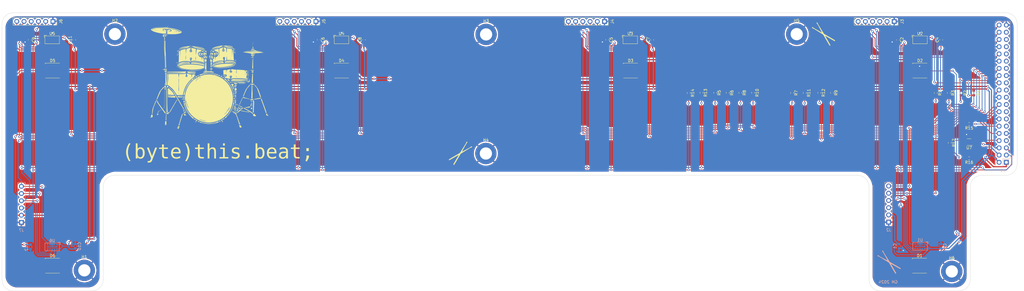
<source format=kicad_pcb>
(kicad_pcb (version 20221018) (generator pcbnew)
  (title_block (title "(byte).this.beat") (date "2/4/2024") (rev "REVA"))
  (layers (0 "F.Cu" signal) (31 "B.Cu" signal) (34 "B.Paste" user) (35 "F.Paste" user) (36 "B.SilkS" user "B.Silkscreen") (37 "F.SilkS" user "F.Silkscreen") (38 "B.Mask" user) (39 "F.Mask" user) (44 "Edge.Cuts" user))
  (net 0 "")
  (net 1 "+3.3V")
  (net 2 "GND")
  (net 3 "/LEDs/LED_SHIFT_1_5V")
  (net 4 "+5V")
  (net 5 "/LEDs/LED_SHIFT_D_1")
  (net 6 "/LEDs/LED_SHIFT_D_2")
  (net 7 "/LEDs/LED_SHIFT_D_3")
  (net 8 "/LEDs/LED_SHIFT_D_4")
  (net 9 "/LEDs/LED_SHIFT_D_5")
  (net 10 "/LEDs/LED_SHIFT_D_6")
  (net 11 "/I2C0_SCL")
  (net 12 "/I2C0_SDA")
  (net 13 "/Distance Sensors/D1_GPIO1")
  (net 15 "/Distance Sensors/D6_XSHUT")
  (net 17 "/Distance Sensors/D5_GPIO1")
  (net 18 "/Distance Sensors/D3_XSHUT")
  (net 20 "/Distance Sensors/D5_XSHUT")
  (net 21 "/Distance Sensors/D3_GPIO1")
  (net 22 "/Distance Sensors/D2_XSHUT")
  (net 23 "/Distance Sensors/D2_GPIO1")
  (net 24 "/Raspberry PI/LED_SHIFT_3V3")
  (net 25 "/Distance Sensors/D1_XSHUT")
  (net 27 "/Distance Sensors/D4_XSHUT")
  (net 28 "/Distance Sensors/D4_GPIO1")
  (net 30 "/Distance Sensors/D6_GPIO1")
  (net 31 "Net-(U7-DIR)")
  (net 32 "Net-(U7-B)")
  (footprint "Resistor_SMD:R_0603_1608Metric" (layer "F.Cu") (at 368.3 124.714 -90)
    (fp_text reference "R2")
    (fp_text value "10k")
  )
  (footprint "Capacitor_SMD:C_0603_1608Metric" (layer "F.Cu") (at 243.84 106.045 -90)
    (fp_text reference "C5")
    (fp_text value "100n")
  )
  (footprint "LED_SMD:LED_Inolux_IN-PI554FCH_PLCC4_5.0x5.0mm_P3.2mm" (layer "F.Cu") (at 353.695 185.42)
    (fp_text reference "D1")
    (fp_text value "Inolux_IN-PI554FCH")
  )
  (footprint "Connector_PinSocket_2.54mm:PinSocket_1x06_P2.54mm_Vertical" (layer "F.Cu") (at 49.022 99.568 -90)
    (fp_text reference "J6")
    (fp_text value "Conn_01x06_Socket")
  )
  (footprint "LED_SMD:LED_Inolux_IN-PI554FCH_PLCC4_5.0x5.0mm_P3.2mm" (layer "F.Cu") (at 150.495 116.84)
    (fp_text reference "D4")
    (fp_text value "Inolux_IN-PI554FCH")
  )
  (footprint "Connector_PinSocket_2.54mm:PinSocket_1x06_P2.54mm_Vertical" (layer "F.Cu") (at 344.78 99.593 -90)
    (fp_text reference "J3")
    (fp_text value "Conn_01x06_Socket")
  )
  (footprint "Resistor_SMD:R_0603_1608Metric" (layer "F.Cu") (at 290.703 124.6632 -90)
    (fp_text reference "R8")
    (fp_text value "10k")
  )
  (footprint "MountingHole:MountingHole_4.3mm_M4_DIN965_Pad_TopBottom" (layer "F.Cu") (at 60.071 187.071)
    (fp_text reference "H1")
    (fp_text value "MountingHole_Pad")
  )
  (footprint "Sensor_Distance:ST_VL53L1x" (layer "F.Cu") (at 251.968 106.045)
    (fp_text reference "U3")
    (fp_text value "VL53L4CD")
  )
  (footprint "LED_SMD:LED_Inolux_IN-PI554FCH_PLCC4_5.0x5.0mm_P3.2mm" (layer "F.Cu") (at 48.895 185.42)
    (fp_text reference "D6")
    (fp_text value "Inolux_IN-PI554FCH")
  )
  (footprint "CustomArtwork:DrumsetKicad" (layer "F.Cu") (at 104.0384 119.3292)
    (fp_text reference "G***")
    (fp_text value "LOGO" hide)
  )
  (footprint "MountingHole:MountingHole_4.3mm_M4_DIN965_Pad_TopBottom" (layer "F.Cu") (at 201.295 104.14)
    (fp_text reference "H3")
    (fp_text value "MountingHole_Pad")
  )
  (footprint "Connector_PinSocket_2.54mm:PinSocket_1x06_P2.54mm_Vertical" (layer "F.Cu") (at 141.478 99.568 -90)
    (fp_text reference "J5")
    (fp_text value "Conn_01x06_Socket")
  )
  (footprint "Resistor_SMD:R_0603_1608Metric" (layer "F.Cu") (at 322.9102 124.6754 -90)
    (fp_text reference "R9")
    (fp_text value "10k")
  )
  (footprint "Resistor_SMD:R_0603_1608Metric" (layer "F.Cu") (at 371.094 147.701 180)
    (fp_text reference "R16")
    (fp_text value "1k")
  )
  (footprint "MountingHole:MountingHole_4.3mm_M4_DIN965_Pad_TopBottom" (layer "F.Cu") (at 201.2188 145.9992)
    (fp_text reference "H4")
    (fp_text value "MountingHole_Pad")
  )
  (footprint "Capacitor_SMD:C_0603_1608Metric" (layer "F.Cu") (at 56.515 106.045 90)
    (fp_text reference "C11")
    (fp_text value "4.7u")
  )
  (footprint "Connector_PinSocket_2.54mm:PinSocket_1x06_P2.54mm_Vertical" (layer "F.Cu") (at 242.926 99.593 -90)
    (fp_text reference "J4")
    (fp_text value "Conn_01x06_Socket")
  )
  (footprint "Resistor_SMD:R_0603_1608Metric" (layer "F.Cu") (at 313.309 124.714 -90)
    (fp_text reference "R11")
    (fp_text value "10k")
  )
  (footprint "MountingHole:MountingHole_4.3mm_M4_DIN965_Pad_TopBottom" (layer "F.Cu") (at 310.4896 104.0384)
    (fp_text reference "H5")
    (fp_text value "MountingHole_Pad")
  )
  (footprint "MountingHole:MountingHole_4.3mm_M4_DIN965_Pad_TopBottom" (layer "F.Cu") (at 364.998 187.452)
    (fp_text reference "H6")
    (fp_text value "MountingHole_Pad")
  )
  (footprint "Sensor_Distance:ST_VL53L1x" (layer "F.Cu") (at 48.768 106.045)
    (fp_text reference "U5")
    (fp_text value "VL53L4CD")
  )
  (footprint "Capacitor_SMD:C_0603_1608Metric" (layer "F.Cu") (at 40.894 106.045 -90)
    (fp_text reference "C9")
    (fp_text value "100n")
  )
  (footprint "Resistor_SMD:R_0603_1608Metric" (layer "F.Cu") (at 272.4912 124.714 -90)
    (fp_text reference "R14")
    (fp_text value "1k")
  )
  (footprint "Resistor_SMD:R_0603_1608Metric" (layer "F.Cu") (at 363.982 124.714 -90)
    (fp_text reference "R3")
    (fp_text value "10k")
  )
  (footprint "Resistor_SMD:R_0603_1608Metric" (layer "F.Cu") (at 372.745 124.714 -90)
    (fp_text reference "R4")
    (fp_text value "10k")
  )
  (footprint "Capacitor_SMD:C_0603_1608Metric" (layer "F.Cu") (at 259.715 106.045 90)
    (fp_text reference "C7")
    (fp_text value "4.7u")
  )
  (footprint "Resistor_SMD:R_0603_1608Metric" (layer "F.Cu") (at 371.094 135.636 180)
    (fp_text reference "R15")
    (fp_text value "1k")
  )
  (footprint "Capacitor_SMD:C_0603_1608Metric" (layer "F.Cu") (at 158.369 106.045 90)
    (fp_text reference "C8")
    (fp_text value "4.7u")
  )
  (footprint "Resistor_SMD:R_0603_1608Metric" (layer "F.Cu") (at 295.148 124.6632 -90)
    (fp_text reference "R10")
    (fp_text value "10k")
  )
  (footprint "Resistor_SMD:R_0603_1608Metric" (layer "F.Cu") (at 359.41 124.714 -90)
    (fp_text reference "R1")
    (fp_text value "10k")
  )
  (footprint "Resistor_SMD:R_0603_1608Metric" (layer "F.Cu") (at 277.0124 124.6632 -90)
    (fp_text reference "R13")
    (fp_text value "1k")
  )
  (footprint "CustomArtwork:Drumstick" (layer "F.Cu") (at 320.075257 104.444877 -90)
    (fp_text reference "G***" hide)
    (fp_text value "LOGO" hide)
  )
  (footprint "LED_SMD:LED_Inolux_IN-PI554FCH_PLCC4_5.0x5.0mm_P3.2mm" (layer "F.Cu") (at 353.822 116.84)
    (fp_text reference "D2")
    (fp_text value "Inolux_IN-PI554FCH")
  )
  (footprint "Package_TO_SOT_SMD:SOT-363_SC-70-6" (layer "F.Cu") (at 371.094 141.986 180)
    (fp_text reference "U7")
    (fp_text value "SN74LVC1T45DCK")
  )
  (footprint "Resistor_SMD:R_0603_1608Metric" (layer "F.Cu") (at 286.258 124.6632 -90)
    (fp_text reference "R6")
    (fp_text value "10k")
  )
  (footprint "MountingHole:MountingHole_4.3mm_M4_DIN965_Pad_TopBottom" (layer "F.Cu") (at 70.8152 104.013)
    (fp_text reference "H2")
    (fp_text value "MountingHole_Pad")
  )
  (footprint "LED_SMD:LED_Inolux_IN-PI554FCH_PLCC4_5.0x5.0mm_P3.2mm" (layer "F.Cu") (at 252.095 116.84)
    (fp_text reference "D3")
    (fp_text value "Inolux_IN-PI554FCH")
  )
  (footprint "Resistor_SMD:R_0603_1608Metric" (layer "F.Cu") (at 364.299 142.24 -90)
    (fp_text reference "R17")
    (fp_text value "500")
  )
  (footprint "CustomArtwork:Drumstick" (layer "F.Cu") (at 191.846124 146.085257 180)
    (fp_text reference "G***" hide)
    (fp_text value "LOGO" hide)
  )
  (footprint "Capacitor_SMD:C_0603_1608Metric" (layer "F.Cu") (at 361.315 106.045 90)
    (fp_text reference "C4")
    (fp_text value "4.7u")
  )
  (footprint "Sensor_Distance:ST_VL53L1x" (layer "F.Cu") (at 150.495 106.045)
    (fp_text reference "U4")
    (fp_text value "VL53L4CD")
  )
  (footprint "Resistor_SMD:R_0603_1608Metric" (layer "F.Cu") (at 308.864 124.714 -90)
    (fp_text reference "R7")
    (fp_text value "10k")
  )
  (footprint "Resistor_SMD:R_0603_1608Metric" (layer "F.Cu") (at 281.813 124.6632 -90)
    (fp_text reference "R5")
    (fp_text value "10k")
  )
  (footprint "Sensor_Distance:ST_VL53L1x" (layer "F.Cu") (at 353.822 106.045)
    (fp_text reference "U2")
    (fp_text value "VL53L4CD")
  )
  (footprint "Capacitor_SMD:C_0603_1608Metric" (layer "F.Cu") (at 142.494 106.045 -90)
    (fp_text reference "C6")
    (fp_text value "100n")
  )
  (footprint "Resistor_SMD:R_0603_1608Metric" (layer "F.Cu") (at 318.4652 124.6754 -90)
    (fp_text reference "R12")
    (fp_text value "10k")
  )
  (footprint "Capacitor_SMD:C_0603_1608Metric" (layer "F.Cu") (at 346.075 106.058 -90)
    (fp_text reference "C2")
    (fp_text value "100n")
  )
  (footprint "LED_SMD:LED_Inolux_IN-PI554FCH_PLCC4_5.0x5.0mm_P3.2mm" (layer "F.Cu") (at 48.895 116.84)
    (fp_text reference "D5")
    (fp_text value "Inolux_IN-PI554FCH")
  )
  (footprint "Sensor_Distance:ST_VL53L1x" (layer "B.Cu") (at 48.768 178.816 180)
    (fp_text reference "U6")
    (fp_text value "VL53L4CD")
  )
  (footprint "Capacitor_SMD:C_0603_1608Metric" (layer "B.Cu") (at 56.896 178.575 90)
    (fp_text reference "C10")
    (fp_text value "100n")
  )
  (footprint "Capacitor_SMD:C_0603_1608Metric" (layer "B.Cu") (at 361.188 178.575 90)
    (fp_text reference "C3")
    (fp_text value "4.7u")
  )
  (footprint "Capacitor_SMD:C_0603_1608Metric" (layer "B.Cu") (at 346.456 178.575 -90)
    (fp_text reference "C1")
    (fp_text value "100n")
  )
  (footprint "Capacitor_SMD:C_0603_1608Metric" (layer "B.Cu") (at 41.148 178.816 -90)
    (fp_text reference "C12")
    (fp_text value "4.7u")
  )
  (footprint "Sensor_Distance:ST_VL53L1x" (layer "B.Cu") (at 353.86 178.6 180)
    (fp_text reference "U1")
    (fp_text value "VL53L4CD")
  )
  (footprint "Connector_PinSocket_2.54mm:PinSocket_1x06_P2.54mm_Vertical" (layer "B.Cu") (at 342.7984 170.1292)
    (fp_text reference "J2")
    (fp_text value "Conn_01x06_Socket")
  )
  (footprint "Connector_PinSocket_2.54mm:PinSocket_1x06_P2.54mm_Vertical" (layer "B.Cu") (at 37.9476 170.2308)
    (fp_text reference "J7")
    (fp_text value "Conn_01x06_Socket")
  )
  (footprint "Connector_PinSocket_2.54mm:PinSocket_2x20_P2.54mm_Vertical" (layer "B.Cu") (at 384.175 149.098)
    (fp_text reference "J1")
    (fp_text value "Raspberry_Pi_1_2_3")
  )
  (footprint "CustomArtwork:Drumstick" (layer "B.Cu") (at 343.408 184.3532)
    (fp_text reference "G***" hide)
    (fp_text value "LOGO" hide)
  )
  (gr_arc (start 371.475 190.31) (mid 370.303427 193.138427) (end 367.475 194.31) (stroke (width 0.1)) (layer "Edge.Cuts"))
  (gr_arc (start 66.675 190.31) (mid 65.503427 193.138427) (end 62.675 194.31) (stroke (width 0.1)) (layer "Edge.Cuts"))
  (gr_line (start 66.675 157.67) (end 66.675 161.29) (stroke (width 0.1)) (layer "Edge.Cuts"))
  (gr_line (start 111.315 96.52) (end 37.465 96.52) (stroke (width 0.1)) (layer "Edge.Cuts"))
  (gr_arc (start 339.915 194.31) (mid 337.086573 193.138427) (end 335.915 190.31) (stroke (width 0.1)) (layer "Edge.Cuts"))
  (gr_arc (start 383.985 96.52) (mid 386.813427 97.691573) (end 387.985 100.52) (stroke (width 0.1)) (layer "Edge.Cuts"))
  (gr_arc (start 371.475 157.67) (mid 372.646573 154.841573) (end 375.475 153.67) (stroke (width 0.1)) (layer "Edge.Cuts"))
  (gr_line (start 37.465 96.52) (end 35.115 96.52) (stroke (width 0.1)) (layer "Edge.Cuts"))
  (gr_arc (start 35.115 194.31) (mid 32.286573 193.138427) (end 31.115 190.31) (stroke (width 0.1)) (layer "Edge.Cuts"))
  (gr_line (start 383.985 96.52) (end 112.395 96.52) (stroke (width 0.1)) (layer "Edge.Cuts"))
  (gr_line (start 111.315 96.52) (end 112.395 96.52) (stroke (width 0.1)) (layer "Edge.Cuts"))
  (gr_line (start 190.945 153.67) (end 264.795 153.67) (stroke (width 0.1)) (layer "Edge.Cuts"))
  (gr_line (start 387.985 100.52) (end 387.985 149.67) (stroke (width 0.1)) (layer "Edge.Cuts"))
  (gr_line (start 371.475 157.67) (end 371.475 190.31) (stroke (width 0.1)) (layer "Edge.Cuts"))
  (gr_line (start 367.475 194.31) (end 339.915 194.31) (stroke (width 0.1)) (layer "Edge.Cuts"))
  (gr_arc (start 387.985 149.67) (mid 386.813427 152.498427) (end 383.985 153.67) (stroke (width 0.1)) (layer "Edge.Cuts"))
  (gr_arc (start 331.915 153.67) (mid 334.743427 154.841573) (end 335.915 157.67) (stroke (width 0.1)) (layer "Edge.Cuts"))
  (gr_arc (start 31.115 100.52) (mid 32.286573 97.691573) (end 35.115 96.52) (stroke (width 0.1)) (layer "Edge.Cuts"))
  (gr_line (start 335.915 157.67) (end 335.915 190.31) (stroke (width 0.1)) (layer "Edge.Cuts"))
  (gr_line (start 331.915 153.67) (end 264.795 153.67) (stroke (width 0.1)) (layer "Edge.Cuts"))
  (gr_line (start 31.115 100.52) (end 31.115 104.14) (stroke (width 0.1)) (layer "Edge.Cuts"))
  (gr_line (start 77.025 153.67) (end 70.675 153.67) (stroke (width 0.1)) (layer "Edge.Cuts"))
  (gr_line (start 62.675 194.31) (end 35.115 194.31) (stroke (width 0.1)) (layer "Edge.Cuts"))
  (gr_arc (start 66.675 157.67) (mid 67.846573 154.841573) (end 70.675 153.67) (stroke (width 0.1)) (layer "Edge.Cuts"))
  (gr_line (start 383.985 153.67) (end 375.475 153.67) (stroke (width 0.1)) (layer "Edge.Cuts"))
  (gr_line (start 77.025 153.67) (end 190.945 153.67) (stroke (width 0.1)) (layer "Edge.Cuts"))
  (gr_line (start 66.675 190.31) (end 66.675 161.29) (stroke (width 0.1)) (layer "Edge.Cuts"))
  (gr_line (start 31.115 190.31) (end 31.115 104.14) (stroke (width 0.1)) (layer "Edge.Cuts"))
  (gr_text "GM 2024" (at 346.075 191.77) (layer "B.SilkS") (effects (font (size 1 1)) (justify left bottom mirror)))
  (gr_text " byte this beat" (at 73.279 148.59) (layer "F.SilkS") (effects (font (size 5 5)) (justify left bottom)))
  (gr_text "(    )    .    ;" (at 73.279 148.59) (layer "F.SilkS") (effects (font (size 5 5)) (justify left bottom)))
  (segment (start 47.200211 106.834) (end 46.044211 106.834) (width 0.254) (layer "F.Cu") (net 1))
  (segment (start 138.913 100.7002) (end 138.913 99.6072) (width 0.3048) (layer "F.Cu") (net 1))
  (segment (start 42.577211 105.145) (end 41.180211 105.145) (width 0.254) (layer "F.Cu") (net 1))
  (segment (start 147.739 106.8592) (end 147.447 106.5672) (width 0.254) (layer "F.Cu") (net 1))
  (segment (start 276.987 123.317) (end 361.061 123.317) (width 0.4064) (layer "F.Cu") (net 1))
  (segment (start 359.918 106.172) (end 359.918 102.489) (width 0.3048) (layer "F.Cu") (net 1))
  (segment (start 361.188 108.966) (end 361.188 106.947) (width 0.3048) (layer "F.Cu") (net 1))
  (segment (start 272.4912 123.3932) (end 272.415 123.317) (width 0.3048) (layer "F.Cu") (net 1))
  (segment (start 139.954 101.7412) (end 138.913 100.7002) (width 0.3048) (layer "F.Cu") (net 1))
  (segment (start 352.222 105.245) (end 350.774 105.245) (width 0.254) (layer "F.Cu") (net 1))
  (segment (start 142.875 105.1702) (end 142.748 105.2972) (width 0.254) (layer "F.Cu") (net 1))
  (segment (start 245.897 101.752) (end 245.897 105.054) (width 0.254) (layer "F.Cu") (net 1))
  (segment (start 44.874211 103.886) (end 44.831 103.886) (width 0.254) (layer "F.Cu") (net 1))
  (segment (start 260.858 123.317) (end 272.415 123.317) (width 0.4064) (layer "F.Cu") (net 1))
  (segment (start 260.1102 123.317) (end 260.096 123.3312) (width 0.4064) (layer "F.Cu") (net 1))
  (segment (start 147.447 105.2592) (end 144.361 105.2592) (width 0.254) (layer "F.Cu") (net 1))
  (segment (start 46.482 99.568) (end 46.482 103.759) (width 0.254) (layer "F.Cu") (net 1))
  (segment (start 45.752211 105.234) (end 44.577 105.234) (width 0.254) (layer "F.Cu") (net 1))
  (segment (start 44.577 105.234) (end 42.666211 105.234) (width 0.254) (layer "F.Cu") (net 1))
  (segment (start 37.9476 167.6908) (end 35.8902 167.6908) (width 0.4064) (layer "F.Cu") (net 1))
  (segment (start 56.293211 106.809) (end 55.544211 106.809) (width 0.3048) (layer "F.Cu") (net 1))
  (segment (start 52.5018 167.6908) (end 37.9476 167.6908) (width 0.4064) (layer "F.Cu") (net 1))
  (segment (start 46.044211 106.834) (end 45.752211 106.542) (width 0.254) (layer "F.Cu") (net 1))
  (segment (start 35.8902 167.6908) (end 35.052 168.529) (width 0.4064) (layer "F.Cu") (net 1))
  (segment (start 376.936 147.32) (end 376.936 147.955) (width 0.4064) (layer "F.Cu") (net 1))
  (segment (start 64.0222 123.317) (end 260.858 123.317) (width 0.4064) (layer "F.Cu") (net 1))
  (segment (start 245.77 105.181) (end 244.373 105.181) (width 0.254) (layer "F.Cu") (net 1))
  (segment (start 55.88 176.022) (end 55.88 171.069) (width 0.4064) (layer "F.Cu") (net 1))
  (segment (start 360.566 106.82) (end 359.918 106.172) (width 0.3048) (layer "F.Cu") (net 1))
  (segment (start 63.8246 123.5146) (end 63.6412 123.3312) (width 0.4064) (layer "F.Cu") (net 1))
  (segment (start 350.774 105.245) (end 347.688 105.245) (width 0.254) (layer "F.Cu") (net 1))
  (segment (start 384.175 149.098) (end 384.175 149.225) (width 0.4064) (layer "F.Cu") (net 1))
  (segment (start 156.591 102.5032) (end 155.829 101.7412) (width 0.3048) (layer "F.Cu") (net 1))
  (segment (start 379.603 150.622) (end 384.175 150.622) (width 0.4064) (layer "F.Cu") (net 1))
  (segment (start 376.0112 142.636) (end 376.174 142.7988) (width 0.254) (layer "F.Cu") (net 1))
  (segment (start 56.649211 106.911) (end 56.522211 106.784) (width 0.4064) (layer "F.Cu") (net 1))
  (segment (start 50.419 102.743) (end 47.752 102.743) (width 0.3048) (layer "F.Cu") (net 1))
  (segment (start 384.175 149.225) (end 384.048 149.352) (width 0.4064) (layer "F.Cu") (net 1))
  (segment (start 350.774 105.245) (end 350.774 106.553) (width 0.254) (layer "F.Cu") (net 1))
  (segment (start 157.988 106.8342) (end 157.239 106.8342) (width 0.3048) (layer "F.Cu") (net 1))
  (segment (start 376.936 147.955) (end 379.603 150.622) (width 0.4064) (layer "F.Cu") (net 1))
  (segment (start 44.577 104.14) (end 44.577 105.234) (width 0.254) (layer "F.Cu") (net 1))
  (segment (start 361.188 106.947) (end 361.315 106.82) (width 0.3048) (layer "F.Cu") (net 1))
  (segment (start 377.309682 123.317) (end 377.630841 123.638159) (width 0.4064) (layer "F.Cu") (net 1))
  (segment (start 257.327 101.752) (end 245.897 101.752) (width 0.3048) (layer "F.Cu") (net 1))
  (segment (start 259.486 106.845) (end 258.737 106.845) (width 0.3048) (layer "F.Cu") (net 1))
  (segment (start 351.066 106.845) (end 350.774 106.553) (width 0.254) (layer "F.Cu") (net 1))
  (segment (start 384.175 150.622) (end 384.175 149.098) (width 0.4064) (layer "F.Cu") (net 1))
  (segment (start 259.842 106.947) (end 259.715 106.82) (width 0.4064) (layer "F.Cu") (net 1))
  (segment (start 157.239 106.8342) (end 156.591 106.1862) (width 0.3048) (layer "F.Cu") (net 1))
  (segment (start 361.061 123.317) (end 377.309682 123.317) (width 0.4064) (layer "F.Cu") (net 1))
  (segment (start 352.222 106.845) (end 351.066 106.845) (width 0.254) (layer "F.Cu") (net 1))
  (segment (start 157.861 106.9612) (end 157.988 106.8342) (width 0.3048) (layer "F.Cu") (net 1))
  (segment (start 250.393 106.87) (end 249.237 106.87) (width 0.254) (layer "F.Cu") (net 1))
  (segment (start 53.344287 104.4196) (end 52.0956 104.4196) (width 0.3048) (layer "F.Cu") (net 1))
  (segment (start 241.452 101.752) (end 240.411 100.711) (width 0.3048) (layer "F.Cu") (net 1))
  (segment (start 156.591 106.1862) (end 156.591 102.5032) (width 0.3048) (layer "F.Cu") (net 1))
  (segment (start 158.344 109.3362) (end 158.344 106.9362) (width 0.4064) (layer "F.Cu") (net 1))
  (segment (start 34.036 177.292) (end 34.798 178.054) (width 0.4064) (layer "F.Cu") (net 1))
  (segment (start 54.896211 106.161) (end 54.896211 105.971524) (width 0.3048) (layer "F.Cu") (net 1))
  (segment (start 248.945 105.27) (end 248.945 106.578) (width 0.254) (layer "F.Cu") (net 1))
  (segment (start 55.88 171.069) (end 52.5018 167.6908) (width 0.4064) (layer "F.Cu") (net 1))
  (segment (start 34.0312 177.292) (end 34.036 177.292) (width 0.4064) (layer "F.Cu") (net 1))
  (segment (start 371.919 135.636) (end 373.38 135.636) (width 0.254) (layer "F.Cu") (net 1))
  (segment (start 240.411 100.711) (end 240.411 99.618) (width 0.3048) (layer "F.Cu") (net 1))
  (segment (start 144.272 105.1702) (end 142.875 105.1702) (width 0.254) (layer "F.Cu") (net 1))
  (segment (start 250.393 105.27) (end 248.945 105.27) (width 0.254) (layer "F.Cu") (net 1))
  (segment (start 259.842 109.347) (end 259.842 106.947) (width 0.4064) (layer "F.Cu") (net 1))
  (segment (start 55.88 176.022) (end 54.61 177.292) (width 0.4064) (layer "F.Cu") (net 1))
  (segment (start 63.6412 123.3312) (end 56.903211 123.3312) (width 0.4064) (layer "F.Cu") (net 1))
  (segment (start 244.373 105.181) (end 244.246 105.308) (width 0.254) (layer "F.Cu") (net 1))
  (segment (start 46.609 103.886) (end 44.874211 103.886) (width 0.3048) (layer "F.Cu") (net 1))
  (segment (start 144.399 101.7412) (end 139.954 101.7412) (width 0.3048) (layer "F.Cu") (net 1))
  (segment (start 144.399 105.0432) (end 144.272 105.1702) (width 0.254) (layer "F.Cu") (net 1))
  (segment (start 359.156 101.727) (end 347.726 101.727) (width 0.3048) (layer "F.Cu") (net 1))
  (segment (start 34.0312 169.5498) (end 34.0312 177.292) (width 0.4064) (layer "F.Cu") (net 1))
  (segment (start 248.945 105.27) (end 245.859 105.27) (width 0.254) (layer "F.Cu") (net 1))
  (segment (start 272.415 123.317) (end 276.987 123.317) (width 0.4064) (layer "F.Cu") (net 1))
  (segment (start 359.918 102.489) (end 359.156 101.727) (width 0.3048) (layer "F.Cu") (net 1))
  (segment (start 245.859 105.27) (end 245.77 105.181) (width 0.254) (layer "F.Cu") (net 1))
  (segment (start 258.089 102.514) (end 257.327 101.752) (width 0.3048) (layer "F.Cu") (net 1))
  (segment (start 148.895 105.2592) (end 147.447 105.2592) (width 0.254) (layer "F.Cu") (net 1))
  (segment (start 260.858 123.317) (end 260.1102 123.317) (width 0.4064) (layer "F.Cu") (net 1))
  (segment (start 144.361 105.2592) (end 144.272 105.1702) (width 0.254) (layer "F.Cu") (net 1))
  (segment (start 54.896211 105.971524) (end 53.344287 104.4196) (width 0.3048) (layer "F.Cu") (net 1))
  (segment (start 55.544211 106.809) (end 54.896211 106.161) (width 0.3048) (layer "F.Cu") (net 1))
  (segment (start 258.737 106.845) (end 258.089 106.197) (width 0.3048) (layer "F.Cu") (net 1))
  (segment (start 155.829 101.7412) (end 144.399 101.7412) (width 0.3048) (layer "F.Cu") (net 1))
  (segment (start 259.359 106.972) (end 259.486 106.845) (width 0.3048) (layer "F.Cu") (net 1))
  (segment (start 44.831 103.886) (end 44.577 104.14) (width 0.254) (layer "F.Cu") (net 1))
  (segment (start 63.8246 123.5146) (end 64.0222 123.317) (width 0.4064) (layer "F.Cu") (net 1))
  (segment (start 56.649211 109.311) (end 56.649211 106.911) (width 0.4064) (layer "F.Cu") (net 1))
  (segment (start 372.044 142.636) (end 376.0112 142.636) (width 0.254) (layer "F.Cu") (net 1))
  (segment (start 46.482 103.759) (end 46.609 103.886) (width 0.254) (layer "F.Cu") (net 1))
  (segment (start 47.752 102.743) (end 46.609 103.886) (width 0.3048) (layer "F.Cu") (net 1))
  (segment (start 347.688 105.245) (end 347.599 105.156) (width 0.254) (layer "F.Cu") (net 1))
  (segment (start 52.0956 104.4196) (end 50.419 102.743) (width 0.3048) (layer "F.Cu") (net 1))
  (segment (start 158.344 106.9362) (end 158.217 106.8092) (width 0.4064) (layer "F.Cu") (net 1))
  (segment (start 45.752211 105.234) (end 45.752211 106.542) (width 0.254) (layer "F.Cu") (net 1))
  (segment (start 245.897 105.054) (end 245.77 105.181) (width 0.254) (layer "F.Cu") (net 1))
  (segment (start 245.897 101.752) (end 241.452 101.752) (width 0.3048) (layer "F.Cu") (net 1))
  (segment (start 346.202 105.156) (end 346.075 105.283) (width 0.254) (layer "F.Cu") (net 1))
  (segment (start 147.447 105.2592) (end 147.447 106.5672) (width 0.254) (layer "F.Cu") (net 1))
  (segment (start 342.24 100.686) (end 342.24 99.593) (width 0.3048) (layer "F.Cu") (net 1))
  (segment (start 148.895 106.8592) (end 147.739 106.8592) (width 0.254) (layer "F.Cu") (net 1))
  (segment (start 34.798 178.054) (end 38.862 178.054) (width 0.4064) (layer "F.Cu") (net 1))
  (segment (start 47.200211 105.234) (end 45.752211 105.234) (width 0.254) (layer "F.Cu") (net 1))
  (segment (start 361.061 123.317) (end 361.061 123.3312) (width 0.3048) (layer "F.Cu") (net 1))
  (segment (start 343.281 101.727) (end 342.24 100.686) (width 0.3048) (layer "F.Cu") (net 1))
  (segment (start 347.726 105.029) (end 347.599 105.156) (width 0.254) (layer "F.Cu") (net 1))
  (segment (start 56.166211 106.936) (end 56.293211 106.809) (width 0.3048) (layer "F.Cu") (net 1))
  (segment (start 63.5 176.022) (end 55.88 176.022) (width 0.4064) (layer "F.Cu") (net 1))
  (segment (start 277.0124 123.3424) (end 276.987 123.317) (width 0.3048) (layer "F.Cu") (net 1))
  (segment (start 35.052 168.529) (end 34.0312 169.5498) (width 0.4064) (layer "F.Cu") (net 1))
  (segment (start 361.315 106.82) (end 360.566 106.82) (width 0.3048) (layer "F.Cu") (net 1))
  (segment (start 144.399 101.7412) (end 144.399 105.0432) (width 0.254) (layer "F.Cu") (net 1))
  (segment (start 347.726 101.727) (end 347.726 105.029) (width 0.254) (layer "F.Cu") (net 1))
  (segment (start 347.599 105.156) (end 346.202 105.156) (width 0.254) (layer "F.Cu") (net 1))
  (segment (start 347.726 101.727) (end 343.281 101.727) (width 0.3048) (layer "F.Cu") (net 1))
  (segment (start 249.237 106.87) (end 248.945 106.578) (width 0.254) (layer "F.Cu") (net 1))
  (segment (start 258.089 106.197) (end 258.089 102.514) (width 0.3048) (layer "F.Cu") (net 1))
  (via (at 376.868841 147.252841) (size 0.8) (drill 0.4) (layers "F.Cu" "B.Cu") (net 1))
  (via (at 38.862 178.054) (size 0.8) (drill 0.4) (layers "F.Cu" "B.Cu") (net 1))
  (via (at 361.188 108.966) (size 0.8) (drill 0.4) (layers "F.Cu" "B.Cu") (net 1))
  (via (at 373.38 135.636) (size 0.8) (drill 0.4) (layers "F.Cu" "B.Cu") (net 1))
  (via (at 376.174 142.7988) (size 0.8) (drill 0.4) (layers "F.Cu" "B.Cu") (net 1))
  (via (at 63.8246 123.5146) (size 0.8) (drill 0.4) (layers "F.Cu" "B.Cu") (net 1))
  (via (at 158.344 109.3362) (size 0.8) (drill 0.4) (layers "F.Cu" "B.Cu") (net 1))
  (via (at 259.842 109.347) (size 0.8) (drill 0.4) (layers "F.Cu" "B.Cu") (net 1))
  (via (at 56.903211 123.3312) (size 0.8) (drill 0.4) (layers "F.Cu" "B.Cu") (net 1))
  (via (at 158.598 123.3312) (size 0.8) (drill 0.4) (layers "F.Cu" "B.Cu") (net 1))
  (via (at 63.5 176.022) (size 0.8) (drill 0.4) (layers "F.Cu" "B.Cu") (net 1))
  (via (at 377.630841 123.638159) (size 0.8) (drill 0.4) (layers "F.Cu" "B.Cu") (net 1))
  (via (at 361.061 123.3312) (size 0.8) (drill 0.4) (layers "F.Cu" "B.Cu") (net 1))
  (via (at 56.649211 109.311) (size 0.8) (drill 0.4) (layers "F.Cu" "B.Cu") (net 1))
  (via (at 54.61 177.292) (size 0.8) (drill 0.4) (layers "F.Cu" "B.Cu") (net 1))
  (via (at 260.096 123.3312) (size 0.8) (drill 0.4) (layers "F.Cu" "B.Cu") (net 1))
  (segment (start 50.368 179.616) (end 51.574 179.616) (width 0.254) (layer "B.Cu") (net 1))
  (segment (start 54.61 179.07) (end 55.118 179.578) (width 0.4064) (layer "B.Cu") (net 1))
  (segment (start 368.554 155.702) (end 368.554 155.956) (width 0.4064) (layer "B.Cu") (net 1))
  (segment (start 344.3732 167.5892) (end 344.932 168.148) (width 0.4064) (layer "B.Cu") (net 1))
  (segment (start 52.032 178.016) (end 52.578 178.562) (width 0.254) (layer "B.Cu") (net 1))
  (segment (start 52.578 178.562) (end 54.61 178.562) (width 0.254) (layer "B.Cu") (net 1))
  (segment (start 346.202 177.8) (end 346.456 177.8) (width 0.4064) (layer "B.Cu") (net 1))
  (segment (start 376.936 147.32) (end 376.868841 147.252841) (width 0.4064) (layer "B.Cu") (net 1))
  (segment (start 158.598 109.5902) (end 158.598 123.3312) (width 0.4064) (layer "B.Cu") (net 1))
  (segment (start 378.206 135.636) (end 377.444 135.636) (width 0.4064) (layer "B.Cu") (net 1))
  (segment (start 377.444 142.7988) (end 378.206 142.7988) (width 0.4064) (layer "B.Cu") (net 1))
  (segment (start 158.344 109.3362) (end 158.598 109.5902) (width 0.4064) (layer "B.Cu") (net 1))
  (segment (start 376.174 142.7988) (end 377.444 142.7988) (width 0.254) (layer "B.Cu") (net 1))
  (segment (start 361.138 179.4) (end 361.188 179.35) (width 0.3048) (layer "B.Cu") (net 1))
  (segment (start 41.135 178.054) (end 41.148 178.041) (width 0.4064) (layer "B.Cu") (net 1))
  (segment (start 38.862 178.054) (end 41.135 178.054) (width 0.4064) (layer "B.Cu") (net 1))
  (segment (start 260.096 123.3312) (end 260.096 109.601) (width 0.4064) (layer "B.Cu") (net 1))
  (segment (start 50.368 178.016) (end 52.032 178.016) (width 0.254) (layer "B.Cu") (net 1))
  (segment (start 55.118 179.578) (end 56.896 179.578) (width 0.4064) (layer "B.Cu") (net 1))
  (segment (start 361.061 123.3312) (end 361.061 109.093) (width 0.3048) (layer "B.Cu") (net 1))
  (segment (start 355.46 177.8) (end 355.730032 177.8) (width 0.3048) (layer "B.Cu") (net 1))
  (segment (start 51.574 179.616) (end 51.574 179.566) (width 0.254) (layer "B.Cu") (net 1))
  (segment (start 378.206 146.05) (end 368.554 155.702) (width 0.4064) (layer "B.Cu") (net 1))
  (segment (start 344.805 180.721) (end 344.805 178.816) (width 0.3048) (layer "B.Cu") (net 1))
  (segment (start 373.38 135.636) (end 377.444 135.636) (width 0.254) (layer "B.Cu") (net 1))
  (segment (start 344.932 168.148) (end 344.932 176.53) (width 0.4064) (layer "B.Cu") (net 1))
  (segment (start 354.914 181.61) (end 345.694 181.61) (width 0.3048) (layer "B.Cu") (net 1))
  (segment (start 56.903211 109.565) (end 56.903211 123.306) (width 0.4064) (layer "B.Cu") (net 1))
  (segment (start 378.206 124.213318) (end 378.206 135.636) (width 0.4064) (layer "B.Cu") (net 1))
  (segment (start 63.8246 123.5146) (end 63.5 123.8392) (width 0.4064) (layer "B.Cu") (net 1))
  (segment (start 368.554 174.77503) (end 368.554 155.956) (width 0.4064) (layer "B.Cu") (net 1))
  (segment (start 54.61 177.292) (end 54.61 178.562) (width 0.4064) (layer "B.Cu") (net 1))
  (segment (start 345.821 177.8) (end 346.456 177.8) (width 0.3048) (layer "B.Cu") (net 1))
  (segment (start 363.97903 179.35) (end 368.554 174.77503) (width 0.4064) (layer "B.Cu") (net 1))
  (segment (start 344.932 176.53) (end 346.202 177.8) (width 0.4064) (layer "B.Cu") (net 1))
  (segment (start 361.061 109.093) (end 361.188 108.966) (width 0.3048) (layer "B.Cu") (net 1))
  (segment (start 56.649211 109.311) (end 56.903211 109.565) (width 0.4064) (layer "B.Cu") (net 1))
  (segment (start 357.124 179.193968) (end 357.124 179.4) (width 0.3048) (layer "B.Cu") (net 1))
  (segment (start 361.188 179.35) (end 363.97903 179.35) (width 0.4064) (layer "B.Cu") (net 1))
  (segment (start 357.124 179.4) (end 361.138 179.4) (width 0.3048) (layer "B.Cu") (net 1))
  (segment (start 345.694 181.61) (end 344.805 180.721) (width 0.3048) (layer "B.Cu") (net 1))
  (segment (start 51.574 179.566) (end 52.578 178.562) (width 0.254) (layer "B.Cu") (net 1))
  (segment (start 355.730032 177.8) (end 357.124 179.193968) (width 0.3048) (layer "B.Cu") (net 1))
  (segment (start 377.630841 123.638159) (end 378.206 124.213318) (width 0.4064) (layer "B.Cu") (net 1))
  (segment (start 344.805 178.816) (end 345.821 177.8) (width 0.3048) (layer "B.Cu") (net 1))
  (segment (start 355.46 179.4) (end 357.124 179.4) (width 0.3048) (layer "B.Cu") (net 1))
  (segment (start 342.7984 167.5892) (end 344.3732 167.5892) (width 0.4064) (layer "B.Cu") (net 1))
  (segment (start 260.096 109.601) (end 259.842 109.347) (width 0.4064) (layer "B.Cu") (net 1))
  (segment (start 63.5 123.8392) (end 63.5 176.022) (width 0.4064) (layer "B.Cu") (net 1))
  (segment (start 378.206 142.7988) (end 378.206 146.05) (width 0.4064) (layer "B.Cu") (net 1))
  (segment (start 378.206 142.7988) (end 378.206 135.636) (width 0.4064) (layer "B.Cu") (net 1))
  (segment (start 357.124 179.4) (end 354.914 181.61) (width 0.3048) (layer "B.Cu") (net 1))
  (segment (start 54.61 178.562) (end 54.61 179.07) (width 0.4064) (layer "B.Cu") (net 1))
  (segment (start 353.822 106.045) (end 355.422 106.045) (width 0.254) (layer "F.Cu") (net 2))
  (segment (start 371.094 140.208) (end 370.205 139.319) (width 0.254) (layer "F.Cu") (net 2))
  (segment (start 250.393 106.07) (end 251.993 106.07) (width 0.254) (layer "F.Cu") (net 2))
  (segment (start 39.256 106.82) (end 39.243 106.807) (width 0.254) (layer "F.Cu") (net 2))
  (segment (start 48.775211 106.009) (end 50.375211 106.009) (width 0.254) (layer "F.Cu") (net 2))
  (segment (start 150.495 105.245) (end 150.495 103.505) (width 0.254) (layer "F.Cu") (net 2))
  (segment (start 251.968 106.045) (end 253.568 106.045) (width 0.254) (layer "F.Cu") (net 2))
  (segment (start 150.47 105.2342) (end 150.47 106.0342) (width 0.254) (layer "F.Cu") (net 2))
  (segment (start 243.84 106.82) (end 242.202 106.82) (width 0.254) (layer "F.Cu") (net 2))
  (segment (start 48.768 105.245) (end 48.768 103.632) (width 0.254) (layer "F.Cu") (net 2))
  (segment (start 47.200211 106.034) (end 48.800211 106.034) (width 0.254) (layer "F.Cu") (net 2))
  (segment (start 242.202 106.82) (end 242.189 106.807) (width 0.254) (layer "F.Cu") (net 2))
  (segment (start 251.968 105.245) (end 251.968 106.045) (width 0.254) (layer "F.Cu") (net 2))
  (segment (start 372.044 141.986) (end 371.1956 141.986) (width 0.254) (layer "F.Cu") (net 2))
  (segment (start 351.372 115.24) (end 353.619 115.24) (width 0.254) (layer "F.Cu") (net 2))
  (segment (start 371.1956 141.986) (end 371.094 141.986) (width 0.254) (layer "F.Cu") (net 2))
  (segment (start 142.494 106.82) (end 140.602 106.82) (width 0.254) (layer "F.Cu") (net 2))
  (segment (start 150.47 106.0342) (end 152.07 106.0342) (width 0.254) (layer "F.Cu") (net 2))
  (segment (start 353.822 105.245) (end 353.822 106.045) (width 0.254) (layer "F.Cu") (net 2))
  (segment (start 353.619 115.24) (end 353.695 115.316) (width 0.254) (layer "F.Cu") (net 2))
  (segment (start 371.094 141.986) (end 371.094 140.208) (width 0.254) (layer "F.Cu") (net 2))
  (segment (start 352.222 106.045) (end 353.822 106.045) (width 0.254) (layer "F.Cu") (net 2))
  (segment (start 140.602 106.82) (end 140.589 106.807) (width 0.254) (layer "F.Cu") (net 2))
  (segment (start 346.075 106.833) (end 344.069 106.833) (width 0.254) (layer "F.Cu") (net 2))
  (segment (start 251.968 105.245) (end 251.968 103.378) (width 0.254) (layer "F.Cu") (net 2))
  (segment (start 344.069 106.833) (end 344.043 106.807) (width 0.254) (layer "F.Cu") (net 2))
  (segment (start 353.822 105.245) (end 353.822 103.632) (width 0.254) (layer "F.Cu") (net 2))
  (segment (start 40.894 106.82) (end 39.256 106.82) (width 0.254) (layer "F.Cu") (net 2))
  (segment (start 48.775211 105.209) (end 48.775211 106.009) (width 0.254) (layer "F.Cu") (net 2))
  (segment (start 148.895 106.0592) (end 150.495 106.0592) (width 0.254) (layer "F.Cu") (net 2))
  (via (at 251.968 103.378) (size 0.8) (drill 0.4) (layers "F.Cu" "B.Cu") (net 2))
  (via (at 353.695 115.316) (size 0.8) (drill 0.4) (layers "F.Cu" "B.Cu") (net 2))
  (via (at 370.205 139.319) (size 0.8) (drill 0.4) (layers "F.Cu" "B.Cu") (net 2))
  (via (at 150.495 103.505) (size 0.8) (drill 0.4) (layers "F.Cu" "B.Cu") (net 2))
  (via (at 48.768 103.632) (size 0.8) (drill 0.4) (layers "F.Cu" "B.Cu") (net 2))
  (via (at 344.043 106.807) (size 0.8) (drill 0.4) (layers "F.Cu" "B.Cu") (net 2))
  (via (at 353.822 103.632) (size 0.8) (drill 0.4) (layers "F.Cu" "B.Cu") (net 2))
  (via (at 242.189 106.807) (size 0.8) (drill 0.4) (layers "F.Cu" "B.Cu") (net 2))
  (via (at 347.98 180.086) (size 0.8) (drill 0.4) (layers "F.Cu" "B.Cu") (net 2))
  (via (at 39.243 106.807) (size 0.8) (drill 0.4) (layers "F.Cu" "B.Cu") (net 2))
  (via (at 140.589 106.807) (size 0.8) (drill 0.4) (layers "F.Cu" "B.Cu") (net 2))
  (segment (start 347.244 179.35) (end 346.456 179.35) (width 0.3048) (layer "B.Cu") (net 2))
  (segment (start 355.46 178.6) (end 353.822 178.6) (width 0.3048) (layer "B.Cu") (net 2))
  (segment (start 353.86 178.562) (end 353.86 177.8) (width 0.3048) (layer "B.Cu") (net 2))
  (segment (start 353.822 178.6) (end 352.26 178.6) (width 0.3048) (layer "B.Cu") (net 2))
  (segment (start 50.368 178.816) (end 48.768 178.816) (width 0.3048) (layer "B.Cu") (net 2))
  (segment (start 48.768 178.816) (end 47.168 178.816) (width 0.3048) (layer "B.Cu") (net 2))
  (segment (start 353.822 178.6) (end 353.86 178.562) (width 0.3048) (layer "B.Cu") (net 2))
  (segment (start 48.768 178.016) (end 48.768 178.816) (width 0.3048) (layer "B.Cu") (net 2))
  (segment (start 347.98 180.086) (end 347.244 179.35) (width 0.3048) (layer "B.Cu") (net 2))
  (segment (start 367.5888 147.2184) (end 367.5634 147.2184) (width 0.254) (layer "F.Cu") (net 3))
  (segment (start 367.5888 174.570674) (end 356.587074 185.5724) (width 0.254) (layer "F.Cu") (net 3))
  (segment (start 367.5634 147.2184) (end 367.538 147.193) (width 0.254) (layer "F.Cu") (net 3))
  (segment (start 356.587074 185.5724) (end 352.6926 185.5724) (width 0.254) (layer "F.Cu") (net 3))
  (segment (start 352.6926 185.5724) (end 351.245 187.02) (width 0.254) (layer "F.Cu") (net 3))
  (segment (start 364.299 143.954) (end 367.538 147.193) (width 0.254) (layer "F.Cu") (net 3))
  (segment (start 364.299 143.065) (end 364.299 143.954) (width 0.254) (layer "F.Cu") (net 3))
  (via (at 367.538 147.193) (size 0.8) (drill 0.4) (layers "F.Cu" "B.Cu") (net 3))
  (via (at 367.534918 174.516792) (size 0.8) (drill 0.4) (layers "F.Cu" "B.Cu") (net 3))
  (segment (start 367.538 147.193) (end 367.538 174.51371) (width 0.254) (layer "B.Cu") (net 3))
  (segment (start 367.538 174.51371) (end 367.534918 174.516792) (width 0.254) (layer "B.Cu") (net 3))
  (segment (start 371.919 144.6906) (end 370.9416 143.7132) (width 0.254) (layer "F.Cu") (net 4))
  (segment (start 152.945 122.391) (end 152.945 118.44) (width 0.3048) (layer "F.Cu") (net 4))
  (segment (start 357.586348 187.02) (end 356.145 187.02) (width 0.4064) (layer "F.Cu") (net 4))
  (segment (start 370.144 142.9156) (end 370.9416 143.7132) (width 0.254) (layer "F.Cu") (net 4))
  (segment (start 370.9416 143.7132) (end 378.7902 143.7132) (width 0.254) (layer "F.Cu") (net 4))
  (segment (start 378.7902 143.7132) (end 381.635 146.558) (width 0.254) (layer "F.Cu") (net 4))
  (segment (start 51.308 118.477) (end 51.308 122.428) (width 0.4064) (layer "F.Cu") (net 4))
  (segment (start 51.308 122.428) (end 377.698 122.428) (width 0.4064) (layer "F.Cu") (net 4))
  (segment (start 51.345 118.44) (end 51.308 118.477) (width 0.4064) (layer "F.Cu") (net 4))
  (segment (start 254.545 122.391) (end 254.545 118.44) (width 0.3048) (layer "F.Cu") (net 4))
  (segment (start 370.144 142.636) (end 370.144 142.9156) (width 0.254) (layer "F.Cu") (net 4))
  (segment (start 61.214 177.038) (end 61.214 177.151) (width 0.4064) (layer "F.Cu") (net 4))
  (segment (start 371.919 147.701) (end 371.919 144.6906) (width 0.254) (layer "F.Cu") (net 4))
  (segment (start 152.908 122.428) (end 152.945 122.391) (width 0.3048) (layer "F.Cu") (net 4))
  (segment (start 61.214 177.151) (end 51.345 187.02) (width 0.4064) (layer "F.Cu") (net 4))
  (segment (start 367.536747 177.069601) (end 357.586348 187.02) (width 0.4064) (layer "F.Cu") (net 4))
  (segment (start 356.272 122.264) (end 356.272 118.44) (width 0.3048) (layer "F.Cu") (net 4))
  (via (at 367.536747 177.069601) (size 0.8) (drill 0.4) (layers "F.Cu" "B.Cu") (net 4))
  (via (at 377.698 122.428) (size 0.8) (drill 0.4) (layers "F.Cu" "B.Cu") (net 4))
  (via (at 61.976 122.428) (size 0.8) (drill 0.4) (layers "F.Cu" "B.Cu") (net 4))
  (via (at 61.214 177.038) (size 0.8) (drill 0.4) (layers "F.Cu" "B.Cu") (net 4))
  (segment (start 61.976 176.276) (end 61.976 122.428) (width 0.4064) (layer "B.Cu") (net 4))
  (segment (start 367.536747 177.069601) (end 369.316 175.290348) (width 0.4064) (layer "B.Cu") (net 4))
  (segment (start 369.316 175.290348) (end 369.316 156.083) (width 0.4064) (layer "B.Cu") (net 4))
  (segment (start 378.968 146.431) (end 381.635 149.098) (width 0.4064) (layer "B.Cu") (net 4))
  (segment (start 61.214 177.038) (end 61.976 176.276) (width 0.4064) (layer "B.Cu") (net 4))
  (segment (start 378.968 143.891) (end 378.968 123.698) (width 0.4064) (layer "B.Cu") (net 4))
  (segment (start 378.968 143.891) (end 378.968 146.431) (width 0.4064) (layer "B.Cu") (net 4))
  (segment (start 378.968 123.698) (end 377.698 122.428) (width 0.4064) (layer "B.Cu") (net 4))
  (segment (start 378.968 143.891) (end 381.635 146.558) (width 0.4064) (layer "B.Cu") (net 4))
  (segment (start 369.316 156.083) (end 378.968 146.431) (width 0.4064) (layer "B.Cu") (net 4))
  (segment (start 352.845 116.967) (end 351.372 118.44) (width 0.254) (layer "F.Cu") (net 5))
  (segment (start 366.673241 174.702759) (end 366.673241 173.833038) (width 0.254) (layer "F.Cu") (net 5))
  (segment (start 356.145 183.82) (end 357.556 183.82) (width 0.254) (layer "F.Cu") (net 5))
  (segment (start 365.379 116.967) (end 352.845 116.967) (width 0.254) (layer "F.Cu") (net 5))
  (segment (start 357.556 183.82) (end 366.673241 174.702759) (width 0.254) (layer "F.Cu") (net 5))
  (via (at 365.379 116.967) (size 0.8) (drill 0.4) (layers "F.Cu" "B.Cu") (net 5))
  (via (at 366.673241 173.833038) (size 0.8) (drill 0.4) (layers "F.Cu" "B.Cu") (net 5))
  (segment (start 366.673241 118.261241) (end 365.379 116.967) (width 0.254) (layer "B.Cu") (net 5))
  (segment (start 366.673241 173.833038) (end 366.673241 118.261241) (width 0.254) (layer "B.Cu") (net 5))
  (segment (start 356.272 115.226) (end 354.076 113.03) (width 0.4064) (layer "F.Cu") (net 6))
  (segment (start 356.272 115.24) (end 356.272 115.226) (width 0.4064) (layer "F.Cu") (net 6))
  (segment (start 354.076 113.03) (end 254.1114 113.03) (width 0.4064) (layer "F.Cu") (net 6))
  (segment (start 252.095 115.0464) (end 252.095 115.99) (width 0.4064) (layer "F.Cu") (net 6))
  (segment (start 254.1114 113.03) (end 252.095 115.0464) (width 0.4064) (layer "F.Cu") (net 6))
  (segment (start 252.095 115.99) (end 249.645 118.44) (width 0.4064) (layer "F.Cu") (net 6))
  (segment (start 254.545 116.1464) (end 254.545 115.24) (width 0.4064) (layer "F.Cu") (net 7))
  (segment (start 154.813 116.967) (end 157.607 119.761) (width 0.4064) (layer "F.Cu") (net 7))
  (segment (start 250.9304 119.761) (end 254.545 116.1464) (width 0.4064) (layer "F.Cu") (net 7))
  (segment (start 148.045 118.44) (end 149.911 118.44) (width 0.4064) (layer "F.Cu") (net 7))
  (segment (start 149.911 118.44) (end 151.384 116.967) (width 0.4064) (layer "F.Cu") (net 7))
  (segment (start 167.386 119.761) (end 250.9304 119.761) (width 0.4064) (layer "F.Cu") (net 7))
  (segment (start 157.607 119.761) (end 161.925 119.761) (width 0.4064) (layer "F.Cu") (net 7))
  (segment (start 151.384 116.967) (end 154.813 116.967) (width 0.4064) (layer "F.Cu") (net 7))
  (via (at 161.925 119.761) (size 0.8) (drill 0.4) (layers "F.Cu" "B.Cu") (net 7))
  (via (at 167.386 119.761) (size 0.8) (drill 0.4) (layers "F.Cu" "B.Cu") (net 7))
  (segment (start 161.925 119.761) (end 167.386 119.761) (width 0.4064) (layer "B.Cu") (net 7))
  (segment (start 46.445 118.44) (end 48.565 118.44) (width 0.4064) (layer "F.Cu") (net 8))
  (segment (start 150.952 115.24) (end 149.352 116.84) (width 0.4064) (layer "F.Cu") (net 8))
  (segment (start 152.945 115.24) (end 150.952 115.24) (width 0.4064) (layer "F.Cu") (net 8))
  (segment (start 48.565 118.44) (end 50.165 116.84) (width 0.4064) (layer "F.Cu") (net 8))
  (segment (start 149.352 116.84) (end 66.294 116.84) (width 0.4064) (layer "F.Cu") (net 8))
  (segment (start 50.165 116.84) (end 59.182 116.84) (width 0.4064) (layer "F.Cu") (net 8))
  (via (at 66.294 116.84) (size 0.8) (drill 0.4) (layers "F.Cu" "B.Cu") (net 8))
  (via (at 59.182 116.84) (size 0.8) (drill 0.4) (layers "F.Cu" "B.Cu") (net 8))
  (segment (start 66.294 116.84) (end 59.182 116.84) (width 0.4064) (layer "B.Cu") (net 8))
  (segment (start 51.345 115.24) (end 50.114 115.24) (width 0.254) (layer "F.Cu") (net 9))
  (segment (start 37.719 116.84) (end 33.401 121.158) (width 0.254) (layer "F.Cu") (net 9))
  (segment (start 33.401 181.483) (end 38.989 187.071) (width 0.254) (layer "F.Cu") (net 9))
  (segment (start 48.514 116.84) (end 37.719 116.84) (width 0.254) (layer "F.Cu") (net 9))
  (segment (start 43.561 187.071) (end 43.612 187.02) (width 0.254) (layer "F.Cu") (net 9))
  (segment (start 38.989 187.071) (end 43.561 187.071) (width 0.254) (layer "F.Cu") (net 9))
  (segment (start 43.612 187.02) (end 46.445 187.02) (width 0.254) (layer "F.Cu") (net 9))
  (segment (start 50.114 115.24) (end 48.514 116.84) (width 0.254) (layer "F.Cu") (net 9))
  (segment (start 33.401 121.158) (end 33.401 181.483) (width 0.254) (layer "F.Cu") (net 9))
  (segment (start 135.819 103.3212) (end 135.819 107.787674) (width 0.254) (layer "F.Cu") (net 11))
  (segment (start 342.7984 162.5092) (end 345.3638 162.5092) (width 0.254) (layer "F.Cu") (net 11))
  (segment (start 41.402 99.568) (end 41.402 100.965) (width 0.254) (layer "F.Cu") (net 11))
  (segment (start 38.1572 150.9332) (end 38.1 150.876) (width 0.254) (layer "F.Cu") (net 11))
  (segment (start 339.146 103.307) (end 339.146 107.773474) (width 0.254) (layer "F.Cu") (net 11))
  (segment (start 238.047526 108.529) (end 251.439 108.529) (width 0.254) (layer "F.Cu") (net 11))
  (segment (start 135.819 103.3212) (end 135.255 102.7572) (width 0.254) (layer "F.Cu") (net 11))
  (segment (start 43.496 162.56) (end 43.4452 162.6108) (width 0.254) (layer "F.Cu") (net 11))
  (segment (start 277.0124 128.2446) (end 277.0124 125.4882) (width 0.254) (layer "F.Cu") (net 11))
  (segment (start 136.549526 108.5182) (end 149.941 108.5182) (width 0.254) (layer "F.Cu") (net 11))
  (segment (start 38.227 108.204) (end 38.1 108.077) (width 0.254) (layer "F.Cu") (net 11))
  (segment (start 353.268 108.504) (end 353.822 107.95) (width 0.254) (layer "F.Cu") (net 11))
  (segment (start 346.075 150.9332) (end 338.582 150.9332) (width 0.254) (layer "F.Cu") (net 11))
  (segment (start 251.439 108.529) (end 251.993 107.975) (width 0.254) (layer "F.Cu") (net 11))
  (segment (start 41.402 100.965) (end 40.64 101.727) (width 0.254) (layer "F.Cu") (net 11))
  (segment (start 150.495 107.9642) (end 150.495 106.8592) (width 0.254) (layer "F.Cu") (net 11))
  (segment (start 236.855 150.9332) (end 135.255 150.9332) (width 0.254) (layer "F.Cu") (net 11))
  (segment (start 339.876526 108.504) (end 353.268 108.504) (width 0.254) (layer "F.Cu") (net 11))
  (segment (start 235.331 101.346) (end 236.753 102.768) (width 0.254) (layer "F.Cu") (net 11))
  (segment (start 135.255 150.9332) (end 54.61 150.9332) (width 0.254) (layer "F.Cu") (net 11))
  (segment (start 48.800211 107.939) (end 48.800211 106.834) (width 0.254) (layer "F.Cu") (net 11))
  (segment (start 251.993 107.975) (end 251.993 106.87) (width 0.254) (layer "F.Cu") (net 11))
  (segment (start 235.331 99.618) (end 235.331 101.346) (width 0.254) (layer "F.Cu") (net 11))
  (segment (start 237.317 103.332) (end 236.753 102.768) (width 0.254) (layer "F.Cu") (net 11))
  (segment (start 237.317 103.332) (end 237.317 107.798474) (width 0.254) (layer "F.Cu") (net 11))
  (segment (start 135.819 107.787674) (end 136.549526 108.5182) (width 0.254) (layer "F.Cu") (net 11))
  (segment (start 375.793 150.9332) (end 346.075 150.9332) (width 0.254) (layer "F.Cu") (net 11))
  (segment (start 338.582 150.9332) (end 277.0124 150.9332) (width 0.254) (layer "F.Cu") (net 11))
  (segment (start 43.4452 162.6108) (end 37.9476 162.6108) (width 0.254) (layer "F.Cu") (net 11))
  (segment (start 353.822 107.95) (end 353.822 106.845) (width 0.254) (layer "F.Cu") (net 11))
  (segment (start 48.246211 108.493) (end 48.800211 107.939) (width 0.254) (layer "F.Cu") (net 11))
  (segment (start 149.941 108.5182) (end 150.495 107.9642) (width 0.254) (layer "F.Cu") (net 11))
  (segment (start 40.64 101.727) (end 38.1 101.727) (width 0.254) (layer "F.Cu") (net 11))
  (segment (start 38.227 108.204) (end 38.516 108.493) (width 0.254) (layer "F.Cu") (net 11))
  (segment (start 133.833 99.6072) (end 133.833 101.3352) (width 0.254) (layer "F.Cu") (net 11))
  (segment (start 275.336 150.9332) (end 236.855 150.9332) (width 0.254) (layer "F.Cu") (net 11))
  (segment (start 337.16 101.321) (end 338.582 102.743) (width 0.254) (layer "F.Cu") (net 11))
  (segment (start 54.61 150.9332) (end 38.1572 150.9332) (width 0.254) (layer "F.Cu") (net 11))
  (segment (start 38.516 108.493) (end 48.246211 108.493) (width 0.254) (layer "F.Cu") (net 11))
  (segment (start 277.0124 150.9332) (end 275.336 150.9332) (width 0.254) (layer "F.Cu") (net 11))
  (segment (start 345.3638 162.5092) (end 346.075 161.798) (width 0.254) (layer "F.Cu") (net 11))
  (segment (start 348.234 161.798) (end 346.075 161.798) (width 0.254) (layer "F.Cu") (net 11))
  (segment (start 276.987 128.27) (end 277.0124 128.2446) (width 0.254) (layer "F.Cu") (net 11))
  (segment (start 339.146 107.773474) (end 339.876526 108.504) (width 0.254) (layer "F.Cu") (net 11))
  (segment (start 133.833 101.3352) (end 135.255 102.7572) (width 0.254) (layer "F.Cu") (net 11))
  (segment (start 339.146 103.307) (end 338.582 102.743) (width 0.254) (layer "F.Cu") (net 11))
  (segment (start 38.1 101.727) (end 38.1 108.077) (width 0.254) (layer "F.Cu") (net 11))
  (segment (start 237.317 107.798474) (end 238.047526 108.529) (width 0.254) (layer "F.Cu") (net 11))
  (segment (start 337.16 99.593) (end 337.16 101.321) (width 0.254) (layer "F.Cu") (net 11))
  (via (at 236.855 150.9332) (size 0.8) (drill 0.4) (layers "F.Cu" "B.Cu") (net 11))
  (via (at 135.255 102.7572) (size 0.8) (drill 0.4) (layers "F.Cu" "B.Cu") (net 11))
  (via (at 38.1 150.876) (size 0.8) (drill 0.4) (layers "F.Cu" "B.Cu") (net 11))
  (via (at 135.255 150.9332) (size 0.8) (drill 0.4) (layers "F.Cu" "B.Cu") (net 11))
  (via (at 38.1 108.077) (size 0.8) (drill 0.4) (layers "F.Cu" "B.Cu") (net 11))
  (via (at 236.753 102.768) (size 0.8) (drill 0.4) (layers "F.Cu" "B.Cu") (net 11))
  (via (at 346.075 161.798) (size 0.8) (drill 0.4) (layers "F.Cu" "B.Cu") (net 11))
  (via (at 348.234 161.798) (size 0.8) (drill 0.4) (layers "F.Cu" "B.Cu") (net 11))
  (via (at 338.582 150.9332) (size 0.8) (drill 0.4) (layers "F.Cu" "B.Cu") (net 11))
  (via (at 346.075 150.9332) (size 0.8) (drill 0.4) (layers "F.Cu" "B.Cu") (net 11))
  (via (at 276.987 128.27) (size 0.8) (drill 0.4) (layers "F.Cu" "B.Cu") (net 11))
  (via (at 43.496 162.56) (size 0.8) (drill 0.4) (layers "F.Cu" "B.Cu") (net 11))
  (via (at 338.582 102.743) (size 0.8) (drill 0.4) (layers "F.Cu" "B.Cu") (net 11))
  (via (at 277.0124 150.9332) (size 0.8) (drill 0.4) (layers "F.Cu" "B.Cu") (net 11))
  (via (at 375.793 150.9332) (size 0.8) (drill 0.4) (layers "F.Cu" "B.Cu") (net 11))
  (segment (start 353.86 179.4) (end 353.86 179.921) (width 0.254) (layer "B.Cu") (net 11))
  (segment (start 47.833 181.275) (end 43.988 181.275) (width 0.254) (layer "B.Cu") (net 11))
  (segment (start 40.767 155.448) (end 40.767 160.909) (width 0.254) (layer "B.Cu") (net 11))
  (segment (start 277.0124 150.9332) (end 277.0124 128.2954) (width 0.254) (layer "B.Cu") (net 11))
  (segment (start 43.988 181.275) (end 43.942 181.229) (width 0.254) (layer "B.Cu") (net 11))
  (segment (start 348.742 178.054) (end 348.742 162.306) (width 0.254) (layer "B.Cu") (net 11))
  (segment (start 338.582 102.743) (end 338.582 150.9332) (width 0.254) (layer "B.Cu") (net 11))
  (segment (start 353.86 179.921) (end 353.441 180.34) (width 0.254) (layer "B.Cu") (net 11))
  (segment (start 236.753 150.8312) (end 236.855 150.9332) (width 0.254) (layer "B.Cu") (net 11))
  (segment (start 385.445 146.558) (end 386.08 147.193) (width 0.254) (layer "B.Cu") (net 11))
  (segment (start 38.1 150.876) (end 38.1 108.077) (width 0.254) (layer "B.Cu") (net 11))
  (segment (start 40.767 160.909) (end 39.0652 162.6108) (width 0.254) (layer "B.Cu") (net 11))
  (segment (start 351.028 180.34) (end 348.742 178.054) (width 0.254) (layer "B.Cu") (net 11))
  (segment (start 353.441 180.34) (end 351.028 180.34) (width 0.254) (layer "B.Cu") (net 11))
  (segment (start 348.742 162.306) (end 348.234 161.798) (width 0.254) (layer "B.Cu") (net 11))
  (segment (start 48.768 179.616) (end 48.768 179.865999) (width 0.254) (layer "B.Cu") (net 11))
  (segment (start 38.1 152.781) (end 40.767 155.448) (width 0.254) (layer "B.Cu") (net 11))
  (segment (start 384.175 146.558) (end 385.445 146.558) (width 0.254) (layer "B.Cu") (net 11))
  (segment (start 346.075 161.798) (end 346.075 150.9332) (width 0.254) (layer "B.Cu") (net 11))
  (segment (start 43.942 181.229) (end 43.496 180.783) (width 0.254) (layer "B.Cu") (net 11))
  (segment (start 48.768 180.34) (end 48.133 180.975) (width 0.254) (layer "B.Cu") (net 11))
  (segment (start 48.768 179.865999) (end 48.768 180.34) (width 0.254) (layer "B.Cu") (net 11))
  (segment (start 386.08 149.86) (end 384.175 151.765) (width 0.254) (layer "B.Cu") (net 11))
  (segment (start 236.753 102.768) (end 236.753 150.8312) (width 0.254) (layer "B.Cu") (net 11))
  (segment (start 277.0124 128.2954) (end 276.987 128.27) (width 0.254) (layer "B.Cu") (net 11))
  (segment (start 38.1 150.876) (end 38.1 152.781) (width 0.254) (layer "B.Cu") (net 11))
  (segment (start 43.496 180.783) (end 43.496 162.56) (width 0.254) (layer "B.Cu") (net 11))
  (segment (start 39.0652 162.6108) (end 37.9476 162.6108) (width 0.254) (layer "B.Cu") (net 11))
  (segment (start 135.255 102.7572) (end 135.255 150.9332) (width 0.254) (layer "B.Cu") (net 11))
  (segment (start 386.08 147.193) (end 386.08 149.86) (width 0.254) (layer "B.Cu") (net 11))
  (segment (start 48.133 180.975) (end 47.833 181.275) (width 0.254) (layer "B.Cu") (net 11))
  (segment (start 384.175 151.765) (end 376.6248 151.765) (width 0.254) (layer "B.Cu") (net 11))
  (segment (start 376.6248 151.765) (end 375.793 150.9332) (width 0.254) (layer "B.Cu") (net 11))
  (segment (start 246.532 107.848) (end 246.659 107.975) (width 0.254) (layer "F.Cu") (net 12))
  (segment (start 340.106 107.95) (end 348.488 107.95) (width 0.254) (layer "F.Cu") (net 12))
  (segment (start 342.7984 165.0492) (end 346.1258 165.0492) (width 0.254) (layer "F.Cu") (net 12))
  (segment (start 339.7 107.544) (end 340.106 107.95) (width 0.254) (layer "F.Cu") (net 12))
  (segment (start 386.08 145.923) (end 386.08 149.86) (width 0.254) (layer "F.Cu") (net 12))
  (segment (start 347.091 151.7602) (end 272.4912 151.7602) (width 0.254) (layer "F.Cu") (net 12))
  (segment (start 250.977 107.975) (end 251.193 107.759) (width 0.254) (layer "F.Cu") (net 12))
  (segment (start 384.1798 151.7602) (end 347.091 151.7602) (width 0.254) (layer "F.Cu") (net 12))
  (segment (start 136.373 107.5582) (end 136.779 107.9642) (width 0.254) (layer "F.Cu") (net 12))
  (segment (start 272.4912 151.7602) (end 270.51 151.7602) (width 0.254) (layer "F.Cu") (net 12))
  (segment (start 237.871 107.569) (end 238.277 107.975) (width 0.254) (layer "F.Cu") (net 12))
  (segment (start 251.193 107.759) (end 251.193 106.87) (width 0.254) (layer "F.Cu") (net 12))
  (segment (start 145.034 107.8372) (end 145.161 107.9642) (width 0.254) (layer "F.Cu") (net 12))
  (segment (start 145.161 107.9642) (end 149.479 107.9642) (width 0.254) (layer "F.Cu") (net 12))
  (segment (start 48.000211 107.723) (end 48.000211 106.834) (width 0.254) (layer "F.Cu") (net 12))
  (segment (start 43.307 102.362) (end 43.942 101.727) (width 0.254) (layer "F.Cu") (net 12))
  (segment (start 339.7 99.593) (end 339.7 107.544) (width 0.254) (layer "F.Cu") (net 12))
  (segment (start 384.175 144.018) (end 385.572 145.415) (width 0.3048) (layer "F.Cu") (net 12))
  (segment (start 348.488 107.95) (end 352.806 107.95) (width 0.254) (layer "F.Cu") (net 12))
  (segment (start 272.542 128.27) (end 272.4912 128.2192) (width 0.254) (layer "F.Cu") (net 12))
  (segment (start 136.779 107.9642) (end 145.161 107.9642) (width 0.254) (layer "F.Cu") (net 12))
  (segment (start 43.942 101.727) (end 43.942 99.568) (width 0.254) (layer "F.Cu") (net 12))
  (segment (start 237.871 99.618) (end 237.871 107.569) (width 0.254) (layer "F.Cu") (net 12))
  (segment (start 348.361 107.823) (end 348.488 107.95) (width 0.254) (layer "F.Cu") (net 12))
  (segment (start 54.2338 151.7602) (end 42.044211 151.7602) (width 0.254) (layer "F.Cu") (net 12))
  (segment (start 385.572 145.415) (end 386.08 145.923) (width 0.254) (layer "F.Cu") (net 12))
  (segment (start 43.466211 107.939) (end 47.784211 107.939) (width 0.254) (layer "F.Cu") (net 12))
  (segment (start 352.806 107.95) (end 353.022 107.734) (width 0.254) (layer "F.Cu") (net 12))
  (segment (start 246.659 107.975) (end 250.977 107.975) (width 0.254) (layer "F.Cu") (net 12))
  (segment (start 386.08 149.86) (end 384.1798 151.7602) (width 0.254) (layer "F.Cu") (net 12))
  (segment (start 43.339211 107.812) (end 43.466211 107.939) (width 0.254) (layer "F.Cu") (net 12))
  (segment (start 47.784211 107.939) (end 48.000211 107.723) (width 0.254) (layer "F.Cu") (net 12))
  (segment (start 272.4912 128.2192) (end 272.4912 125.539) (width 0.254) (layer "F.Cu") (net 12))
  (segment (start 353.022 107.734) (end 353.022 106.845) (width 0.254) (layer "F.Cu") (net 12))
  (segment (start 149.695 107.7482) (end 149.695 106.8592) (width 0.254) (layer "F.Cu") (net 12))
  (segment (start 136.373 99.6072) (end 136.373 107.5582) (width 0.254) (layer "F.Cu") (net 12))
  (segment (start 43.339211 107.05) (end 43.339211 107.812) (width 0.254) (layer "F.Cu") (net 12))
  (segment (start 238.277 107.975) (end 246.659 107.975) (width 0.254) (layer "F.Cu") (net 12))
  (segment (start 246.532 107.086) (end 246.532 107.848) (width 0.254) (layer "F.Cu") (net 12))
  (segment (start 348.361 107.061) (end 348.361 107.823) (width 0.254) (layer "F.Cu") (net 12))
  (segment (start 270.51 151.7602) (end 54.2338 151.7602) (width 0.254) (layer "F.Cu") (net 12))
  (segment (start 149.479 107.9642) (end 149.695 107.7482) (width 0.254) (layer "F.Cu") (net 12))
  (segment (start 346.1258 165.0492) (end 347.091 164.084) (width 0.254) (layer "F.Cu") (net 12))
  (segment (start 145.034 107.0752) (end 145.034 107.8372) (width 0.254) (layer "F.Cu") (net 12))
  (via (at 272.4912 151.7602) (size 0.8) (drill 0.4) (layers "F.Cu" "B.Cu") (net 12))
  (via (at 348.361 107.061) (size 0.8) (drill 0.4) (layers "F.Cu" "B.Cu") (net 12))
  (via (at 145.034 107.0752) (size 0.8) (drill 0.4) (layers "F.Cu" "B.Cu") (net 12))
  (via (at 42.044211 151.7602) (size 0.8) (drill 0.4) (layers "F.Cu" "B.Cu") (net 12))
  (via (at 347.091 151.7602) (size 0.8) (drill 0.4) (layers "F.Cu" "B.Cu") (net 12))
  (via (at 272.542 128.27) (size 0.8) (drill 0.4) (layers "F.Cu" "B.Cu") (net 12))
  (via (at 143.739 151.7602) (size 0.8) (drill 0.4) (layers "F.Cu" "B.Cu") (net 12))
  (via (at 245.237 151.7602) (size 0.8) (drill 0.4) (layers "F.Cu" "B.Cu") (net 12))
  (via (at 246.532 107.086) (size 0.8) (drill 0.4) (layers "F.Cu" "B.Cu") (net 12))
  (via (at 43.339211 107.05) (size 0.8) (drill 0.4) (layers "F.Cu" "B.Cu") (net 12))
  (via (at 347.091 164.084) (size 0.8) (drill 0.4) (layers "F.Cu" "B.Cu") (net 12))
  (via (at 43.307 102.362) (size 0.8) (drill 0.4) (layers "F.Cu" "B.Cu") (net 12))
  (segment (start 272.4912 128.3208) (end 272.542 128.27) (width 0.254) (layer "B.Cu") (net 12))
  (segment (start 145.009 107.0502) (end 143.739 108.3202) (width 0.254) (layer "B.Cu") (net 12))
  (segment (start 245.237 151.7602) (end 245.237 108.331) (width 0.254) (layer "B.Cu") (net 12))
  (segment (start 272.4912 151.7602) (end 272.4912 128.3208) (width 0.254) (layer "B.Cu") (net 12))
  (segment (start 353.670474 180.894) (end 350.798526 180.894) (width 0.254) (layer "B.Cu") (net 12))
  (segment (start 354.66 179.904474) (end 353.670474 180.894) (width 0.254) (layer "B.Cu") (net 12))
  (segment (start 43.314211 107.025) (end 42.044211 108.295) (width 0.254) (layer "B.Cu") (net 12))
  (segment (start 245.237 108.331) (end 246.507 107.061) (width 0.254) (layer "B.Cu") (net 12))
  (segment (start 347.091 108.331) (end 348.361 107.061) (width 0.254) (layer "B.Cu") (net 12))
  (segment (start 42.044211 108.295) (end 42.044211 151.735) (width 0.254) (layer "B.Cu") (net 12))
  (segment (start 48.93 181.829) (end 43.758526 181.829) (width 0.254) (layer "B.Cu") (net 12))
  (segment (start 354.66 179.4) (end 354.66 179.904474) (width 0.254) (layer "B.Cu") (net 12))
  (segment (start 43.314211 107.025) (end 43.339211 107.05) (width 0.254) (layer "B.Cu") (net 12))
  (segment (start 39.7002 165.1508) (end 37.9476 165.1508) (width 0.254) (layer "B.Cu") (net 12))
  (segment (start 42.044211 162.806789) (end 39.7002 165.1508) (width 0.254) (layer "B.Cu") (net 12))
  (segment (start 42.942 181.012474) (end 42.942 163.704578) (width 0.254) (layer "B.Cu") (net 12))
  (segment (start 350.798526 180.894) (end 348.188 178.283474) (width 0.254) (layer "B.Cu") (net 12))
  (segment (start 42.942 163.704578) (end 42.044211 162.806789) (width 0.254) (layer "B.Cu") (net 12))
  (segment (start 49.568 179.616) (end 49.568 181.191) (width 0.254) (layer "B.Cu") (net 12))
  (segment (start 43.758526 181.829) (end 42.942 181.012474) (width 0.254) (layer "B.Cu") (net 12))
  (segment (start 347.091 151.7602) (end 347.091 108.331) (width 0.254) (layer "B.Cu") (net 12))
  (segment (start 348.188 178.283474) (end 348.188 165.181) (width 0.254) (layer "B.Cu") (net 12))
  (segment (start 348.188 165.181) (end 347.091 164.084) (width 0.254) (layer "B.Cu") (net 12))
  (segment (start 49.568 181.191) (end 48.93 181.829) (width 0.254) (layer "B.Cu") (net 12))
  (segment (start 347.091 164.084) (end 347.091 151.7602) (width 0.254) (layer "B.Cu") (net 12))
  (segment (start 43.339211 107.05) (end 43.307 107.017789) (width 0.254) (layer "B.Cu") (net 12))
  (segment (start 43.307 107.017789) (end 43.307 102.362) (width 0.254) (layer "B.Cu") (net 12))
  (segment (start 42.044211 151.7602) (end 42.044211 162.806789) (width 0.254) (layer "B.Cu") (net 12))
  (segment (start 143.739 108.3202) (end 143.739 151.7602) (width 0.254) (layer "B.Cu") (net 12))
  (segment (start 349.25 159.9692) (end 342.7984 159.9692) (width 0.254) (layer "F.Cu") (net 13))
  (segment (start 361.123 139.889) (end 359.41 139.889) (width 0.254) (layer "F.Cu") (net 13))
  (segment (start 367.154 133.858) (end 361.123 139.889) (width 0.254) (layer "F.Cu") (net 13))
  (segment (start 374.904 133.858) (end 367.154 133.858) (width 0.254) (layer "F.Cu") (net 13))
  (segment (start 359.3338 159.9692) (end 349.25 159.9692) (width 0.254) (layer "F.Cu") (net 13))
  (segment (start 377.444 136.398) (end 374.904 133.858) (width 0.254) (layer "F.Cu") (net 13))
  (segment (start 359.41 159.893) (end 359.3338 159.9692) (width 0.254) (layer "F.Cu") (net 13))
  (segment (start 381.635 136.398) (end 377.444 136.398) (width 0.254) (layer "F.Cu") (net 13))
  (segment (start 359.41 125.539) (end 359.41 127.508) (width 0.254) (layer "F.Cu") (net 13))
  (via (at 359.41 139.889) (size 0.8) (drill 0.4) (layers "F.Cu" "B.Cu") (net 13))
  (via (at 349.25 159.9692) (size 0.8) (drill 0.4) (layers "F.Cu" "B.Cu") (net 13))
  (via (at 359.41 127.508) (size 0.8) (drill 0.4) (layers "F.Cu" "B.Cu") (net 13))
  (via (at 359.41 159.893) (size 0.8) (drill 0.4) (layers "F.Cu" "B.Cu") (net 13))
  (segment (start 352.26 179.4) (end 350.871474 179.4) (width 0.254) (layer "B.Cu") (net 13))
  (segment (start 349.296 177.824526) (end 349.296 160.0152) (width 0.254) (layer "B.Cu") (net 13))
  (segment (start 350.871474 179.4) (end 349.296 177.824526) (width 0.254) (layer "B.Cu") (net 13))
  (segment (start 359.41 127.508) (end 359.41 139.889) (width 0.254) (layer "B.Cu") (net 13))
  (segment (start 349.296 160.0152) (end 349.25 159.9692) (width 0.254) (layer "B.Cu") (net 13))
  (segment (start 359.41 139.889) (end 359.41 159.893) (width 0.254) (layer "B.Cu") (net 13))
  (segment (start 307.821445 140.716) (end 308.394445 141.289) (width 0.254) (layer "F.Cu") (net 15))
  (segment (start 319.424 140.716) (end 319.151 140.989) (width 0.254) (layer "F.Cu") (net 15))
  (segment (start 45.1358 157.5308) (end 37.9476 157.5308) (width 0.254) (layer "F.Cu") (net 15))
  (segment (start 37.846 140.716) (end 37.211 141.351) (width 0.254) (layer "F.Cu") (net 15))
  (segment (start 309.652555 140.716) (end 318.878 140.716) (width 0.254) (layer "F.Cu") (net 15))
  (segment (start 378.922 138.938) (end 374.396 134.412) (width 0.254) (layer "F.Cu") (net 15))
  (segment (start 191.008 140.716) (end 307.821445 140.716) (width 0.254) (layer "F.Cu") (net 15))
  (segment (start 367.492 134.412) (end 361.188 140.716) (width 0.254) (layer "F.Cu") (net 15))
  (segment (start 374.396 134.412) (end 367.492 134.412) (width 0.254) (layer "F.Cu") (net 15))
  (segment (start 318.878 140.716) (end 319.151 140.989) (width 0.254) (layer "F.Cu") (net 15))
  (segment (start 309.079555 141.289) (end 309.652555 140.716) (width 0.254) (layer "F.Cu") (net 15))
  (segment (start 191.008 140.716) (end 58.547 140.716) (width 0.254) (layer "F.Cu") (net 15))
  (segment (start 318.516 128.143) (end 318.4652 128.0922) (width 0.254) (layer "F.Cu") (net 15))
  (segment (start 45.212 157.607) (end 45.1358 157.5308) (width 0.254) (layer "F.Cu") (net 15))
  (segment (start 58.547 140.716) (end 37.846 140.716) (width 0.254) (layer "F.Cu") (net 15))
  (segment (start 381.635 138.938) (end 378.922 138.938) (width 0.254) (layer "F.Cu") (net 15))
  (segment (start 361.188 140.716) (end 319.424 140.716) (width 0.254) (layer "F.Cu") (net 15))
  (segment (start 308.394445 141.289) (end 309.079555 141.289) (width 0.254) (layer "F.Cu") (net 15))
  (segment (start 318.4652 128.0922) (end 318.4652 125.5898) (width 0.254) (layer "F.Cu") (net 15))
  (via (at 37.211 141.351) (size 0.8) (drill 0.4) (layers "F.Cu" "B.Cu") (net 15))
  (via (at 318.516 128.143) (size 0.8) (drill 0.4) (layers "F.Cu" "B.Cu") (net 15))
  (via (at 319.151 140.989) (size 0.8) (drill 0.4) (layers "F.Cu" "B.Cu") (net 15))
  (via (at 45.212 157.607) (size 0.8) (drill 0.4) (layers "F.Cu" "B.Cu") (net 15))
  (segment (start 37.9476 155.5496) (end 37.9476 157.5308) (width 0.254) (layer "B.Cu") (net 15))
  (segment (start 36.83 141.732) (end 36.83 154.432) (width 0.254) (layer "B.Cu") (net 15))
  (segment (start 37.211 141.351) (end 36.83 141.732) (width 0.254) (layer "B.Cu") (net 15))
  (segment (start 45.212 175.514) (end 45.212 157.607) (width 0.254) (layer "B.Cu") (net 15))
  (segment (start 319.151 140.989) (end 319.151 128.778) (width 0.254) (layer "B.Cu") (net 15))
  (segment (start 36.83 154.432) (end 37.9476 155.5496) (width 0.254) (layer "B.Cu") (net 15))
  (segment (start 46.482 176.784) (end 45.212 175.514) (width 0.254) (layer "B.Cu") (net 15))
  (segment (start 319.151 128.778) (end 318.516 128.143) (width 0.254) (layer "B.Cu") (net 15))
  (segment (start 47.168 177.47) (end 46.482 176.784) (width 0.254) (layer "B.Cu") (net 15))
  (segment (start 47.168 178.016) (end 47.168 177.47) (width 0.254) (layer "B.Cu") (net 15))
  (segment (start 37.900445 109.047) (end 38.227 109.047) (width 0.254) (layer "F.Cu") (net 17))
  (segment (start 38.862 100.076) (end 37.973 100.965) (width 0.254) (layer "F.Cu") (net 17))
  (segment (start 258.356445 139) (end 259.041555 139) (width 0.254) (layer "F.Cu") (net 17))
  (segment (start 323.504 139.608) (end 323.342 139.446) (width 0.254) (layer "F.Cu") (net 17))
  (segment (start 259.041555 139) (end 259.649555 139.608) (width 0.254) (layer "F.Cu") (net 17))
  (segment (start 358.837971 138.508) (end 357.737971 139.608) (width 0.254) (layer "F.Cu") (net 17))
  (segment (start 49.470211 109.047) (end 50.400211 108.117) (width 0.254) (layer "F.Cu") (net 17))
  (segment (start 377.698 132.715) (end 366.395 132.715) (width 0.254) (layer "F.Cu") (net 17))
  (segment (start 37.973 100.965) (end 37.846 100.965) (width 0.254) (layer "F.Cu") (net 17))
  (segment (start 50.400211 108.117) (end 50.400211 106.834) (width 0.254) (layer "F.Cu") (net 17))
  (segment (start 259.649555 139.608) (end 322.545 139.608) (width 0.254) (layer "F.Cu") (net 17))
  (segment (start 360.602 138.508) (end 358.837971 138.508) (width 0.254) (layer "F.Cu") (net 17))
  (segment (start 56.215 140.162) (end 257.194445 140.162) (width 0.254) (layer "F.Cu") (net 17))
  (segment (start 381.635 128.778) (end 377.698 132.715) (width 0.254) (layer "F.Cu") (net 17))
  (segment (start 357.737971 139.608) (end 323.504 139.608) (width 0.254) (layer "F.Cu") (net 17))
  (segment (start 323.342 139.446) (end 323.215 139.319) (width 0.254) (layer "F.Cu") (net 17))
  (segment (start 37.292 140.162) (end 37.211 140.081) (width 0.254) (layer "F.Cu") (net 17))
  (segment (start 322.545 139.608) (end 322.834 139.319) (width 0.254) (layer "F.Cu") (net 17))
  (segment (start 37.211 107.315) (end 37.211 108.357555) (width 0.254) (layer "F.Cu") (net 17))
  (segment (start 257.194445 140.162) (end 258.356445 139) (width 0.254) (layer "F.Cu") (net 17))
  (segment (start 56.215 140.162) (end 37.292 140.162) (width 0.254) (layer "F.Cu") (net 17))
  (segment (start 37.211 108.357555) (end 37.900445 109.047) (width 0.254) (layer "F.Cu") (net 17))
  (segment (start 322.961 128.27) (end 322.9102 128.2192) (width 0.254) (layer "F.Cu") (net 17))
  (segment (start 323.215 139.319) (end 322.834 139.319) (width 0.254) (layer "F.Cu") (net 17))
  (segment (start 37.846 100.965) (end 37.211 101.6) (width 0.254) (layer "F.Cu") (net 17))
  (segment (start 366.395 132.715) (end 360.602 138.508) (width 0.254) (layer "F.Cu") (net 17))
  (segment (start 38.227 109.047) (end 49.470211 109.047) (width 0.254) (layer "F.Cu") (net 17))
  (segment (start 322.9102 128.2192) (end 322.9102 125.5898) (width 0.254) (layer "F.Cu") (net 17))
  (segment (start 37.211 101.6) (end 37.211 107.315) (width 0.254) (layer "F.Cu") (net 17))
  (segment (start 38.862 99.568) (end 38.862 100.076) (width 0.254) (layer "F.Cu") (net 17))
  (via (at 322.834 139.319) (size 0.8) (drill 0.4) (layers "F.Cu" "B.Cu") (net 17))
  (via (at 37.211 140.081) (size 0.8) (drill 0.4) (layers "F.Cu" "B.Cu") (net 17))
  (via (at 322.961 128.27) (size 0.8) (drill 0.4) (layers "F.Cu" "B.Cu") (net 17))
  (via (at 37.211 107.315) (size 0.8) (drill 0.4) (layers "F.Cu" "B.Cu") (net 17))
  (segment (start 322.834 128.397) (end 322.961 128.27) (width 0.254) (layer "B.Cu") (net 17))
  (segment (start 37.211 111.252) (end 37.211 107.315) (width 0.254) (layer "B.Cu") (net 17))
  (segment (start 322.834 139.319) (end 322.834 128.397) (width 0.254) (layer "B.Cu") (net 17))
  (segment (start 37.211 140.081) (end 37.211 111.252) (width 0.254) (layer "B.Cu") (net 17))
  (segment (start 308.864 128.27) (end 308.864 125.539) (width 0.254) (layer "F.Cu") (net 18))
  (segment (start 357.967445 140.162) (end 359.067445 139.062) (width 0.254) (layer "F.Cu") (net 18))
  (segment (start 230.251 101.473) (end 230.53 101.752) (width 0.254) (layer "F.Cu") (net 18))
  (segment (start 361.064 139.062) (end 366.822 133.304) (width 0.254) (layer "F.Cu") (net 18))
  (segment (start 236.209 105.547474) (end 236.209 108.257422) (width 0.254) (layer "F.Cu") (net 18))
  (segment (start 309.037 140.162) (end 308.737 140.462) (width 0.254) (layer "F.Cu") (net 18))
  (segment (start 259.034 140.162) (end 308.437 140.162) (width 0.254) (layer "F.Cu") (net 18))
  (segment (start 232.413526 101.752) (end 236.209 105.547474) (width 0.254) (layer "F.Cu") (net 18))
  (segment (start 237.588578 109.637) (end 253.125 109.637) (width 0.254) (layer "F.Cu") (net 18))
  (segment (start 230.53 101.752) (end 232.413526 101.752) (width 0.254) (layer "F.Cu") (net 18))
  (segment (start 258.699 139.827) (end 259.034 140.162) (width 0.254) (layer "F.Cu") (net 18))
  (segment (start 366.822 133.304) (end 377.998 133.304) (width 0.254) (layer "F.Cu") (net 18))
  (segment (start 379.984 131.318) (end 381.635 131.318) (width 0.254) (layer "F.Cu") (net 18))
  (segment (start 256.146 105.27) (end 256.184 105.308) (width 0.254) (layer "F.Cu") (net 18))
  (segment (start 253.125 109.637) (end 255.295 107.467) (width 0.254) (layer "F.Cu") (net 18))
  (segment (start 377.998 133.304) (end 379.984 131.318) (width 0.254) (layer "F.Cu") (net 18))
  (segment (start 255.295 105.27) (end 256.146 105.27) (width 0.254) (layer "F.Cu") (net 18))
  (segment (start 309.753 140.162) (end 309.037 140.162) (width 0.254) (layer "F.Cu") (net 18))
  (segment (start 309.753 140.162) (end 357.967445 140.162) (width 0.254) (layer "F.Cu") (net 18))
  (segment (start 236.209 108.257422) (end 237.588578 109.637) (width 0.254) (layer "F.Cu") (net 18))
  (segment (start 255.295 107.467) (end 255.295 105.27) (width 0.254) (layer "F.Cu") (net 18))
  (segment (start 359.067445 139.062) (end 361.064 139.062) (width 0.254) (layer "F.Cu") (net 18))
  (segment (start 230.251 99.618) (end 230.251 101.473) (width 0.254) (layer "F.Cu") (net 18))
  (segment (start 253.593 105.27) (end 255.295 105.27) (width 0.254) (layer "F.Cu") (net 18))
  (segment (start 308.437 140.162) (end 308.737 140.462) (width 0.254) (layer "F.Cu") (net 18))
  (via (at 258.699 139.827) (size 0.8) (drill 0.4) (layers "F.Cu" "B.Cu") (net 18))
  (via (at 308.864 128.27) (size 0.8) (drill 0.4) (layers "F.Cu" "B.Cu") (net 18))
  (via (at 256.184 105.308) (size 0.8) (drill 0.4) (layers "F.Cu" "B.Cu") (net 18))
  (via (at 308.737 140.462) (size 0.8) (drill 0.4) (layers "F.Cu" "B.Cu") (net 18))
  (segment (start 258.699 107.823) (end 258.699 139.827) (width 0.254) (layer "B.Cu") (net 18))
  (segment (start 257.073 106.197) (end 256.184 105.308) (width 0.254) (layer "B.Cu") (net 18))
  (segment (start 308.737 140.462) (end 308.737 128.397) (width 0.254) (layer "B.Cu") (net 18))
  (segment (start 257.073 106.197) (end 258.699 107.823) (width 0.254) (layer "B.Cu") (net 18))
  (segment (start 308.737 128.397) (end 308.864 128.27) (width 0.254) (layer "B.Cu") (net 18))
  (segment (start 49.932211 109.601) (end 52.102211 107.431) (width 0.254) (layer "F.Cu") (net 20))
  (segment (start 323.738555 139.054) (end 323.176555 138.492) (width 0.254) (layer "F.Cu") (net 20))
  (segment (start 313.036 139.054) (end 259.879029 139.054) (width 0.254) (layer "F.Cu") (net 20))
  (segment (start 379.73 129.54) (end 377.109 132.161) (width 0.254) (layer "F.Cu") (net 20))
  (segment (start 360.299 137.922) (end 358.640497 137.922) (width 0.254) (layer "F.Cu") (net 20))
  (segment (start 313.309 128.27) (end 313.309 125.539) (width 0.254) (layer "F.Cu") (net 20))
  (segment (start 52.953211 105.234) (end 52.991211 105.272) (width 0.254) (layer "F.Cu") (net 20))
  (segment (start 259.879029 139.054) (end 259.271029 138.446) (width 0.254) (layer "F.Cu") (net 20))
  (segment (start 322.491445 138.492) (end 321.945 139.038445) (width 0.254) (layer "F.Cu") (net 20))
  (segment (start 313.309 138.781) (end 313.036 139.054) (width 0.254) (layer "F.Cu") (net 20))
  (segment (start 377.109 132.161) (end 366.776 132.161) (width 0.254) (layer "F.Cu") (net 20))
  (segment (start 366.776 132.161) (end 366.06 132.161) (width 0.254) (layer "F.Cu") (net 20))
  (segment (start 321.945 139.038445) (end 313.566445 139.038445) (width 0.254) (layer "F.Cu") (net 20))
  (segment (start 36.322 108.712) (end 37.211 109.601) (width 0.254) (layer "F.Cu") (net 20))
  (segment (start 256.964971 139.608) (end 55.915 139.608) (width 0.254) (layer "F.Cu") (net 20))
  (segment (start 52.102211 105.234) (end 52.953211 105.234) (width 0.254) (layer "F.Cu") (net 20))
  (segment (start 259.271029 138.446) (end 258.126971 138.446) (width 0.254) (layer "F.Cu") (net 20))
  (segment (start 323.176555 138.492) (end 322.491445 138.492) (width 0.254) (layer "F.Cu") (net 20))
  (segment (start 357.564748 138.997749) (end 357.508497 139.054) (width 0.254) (layer "F.Cu") (net 20))
  (segment (start 379.73 125.603) (end 379.73 129.54) (width 0.254) (layer "F.Cu") (net 20))
  (segment (start 55.915 139.608) (end 55.499 139.192) (width 0.254) (layer "F.Cu") (net 20))
  (segment (start 50.400211 105.234) (end 52.102211 105.234) (width 0.254) (layer "F.Cu") (net 20))
  (segment (start 324.104 139.054) (end 323.738555 139.054) (width 0.254) (layer "F.Cu") (net 20))
  (segment (start 366.06 132.161) (end 360.299 137.922) (width 0.254) (layer "F.Cu") (net 20))
  (segment (start 357.508497 139.054) (end 324.104 139.054) (width 0.254) (layer "F.Cu") (net 20))
  (segment (start 258.126971 138.446) (end 256.964971 139.608) (width 0.254) (layer "F.Cu") (net 20))
  (segment (start 381.635 123.698) (end 379.73 125.603) (width 0.254) (layer "F.Cu") (net 20))
  (segment (start 313.566445 139.038445) (end 313.309 138.781) (width 0.254) (layer "F.Cu") (net 20))
  (segment (start 52.102211 107.431) (end 52.102211 105.234) (width 0.254) (layer "F.Cu") (net 20))
  (segment (start 358.640497 137.922) (end 357.564748 138.997749) (width 0.254) (layer "F.Cu") (net 20))
  (segment (start 36.322 99.568) (end 36.322 108.712) (width 0.254) (layer "F.Cu") (net 20))
  (segment (start 37.211 109.601) (end 49.932211 109.601) (width 0.254) (layer "F.Cu") (net 20))
  (via (at 313.309 128.27) (size 0.8) (drill 0.4) (layers "F.Cu" "B.Cu") (net 20))
  (via (at 52.991211 105.272) (size 0.8) (drill 0.4) (layers "F.Cu" "B.Cu") (net 20))
  (via (at 313.309 138.781) (size 0.8) (drill 0.4) (layers "F.Cu" "B.Cu") (net 20))
  (via (at 55.499 139.192) (size 0.8) (drill 0.4) (layers "F.Cu" "B.Cu") (net 20))
  (segment (start 55.506211 139.184789) (end 55.499 139.192) (width 0.254) (layer "B.Cu") (net 20))
  (segment (start 52.991211 105.272) (end 55.506211 107.787) (width 0.254) (layer "B.Cu") (net 20))
  (segment (start 313.309 138.781) (end 313.309 128.27) (width 0.254) (layer "B.Cu") (net 20))
  (segment (start 55.506211 107.787) (end 55.506211 139.184789) (width 0.254) (layer "B.Cu") (net 20))
  (segment (start 381.635 116.078) (end 378.209 119.504) (width 0.254) (layer "F.Cu") (net 21))
  (segment (start 359.964 137.368) (end 358.648 137.368) (width 0.254) (layer "F.Cu") (net 21))
  (segment (start 281.813 128.27) (end 281.813 125.4882) (width 0.254) (layer "F.Cu") (net 21))
  (segment (start 235.604 139.054) (end 235.331 138.781) (width 0.254) (layer "F.Cu") (net 21))
  (segment (start 237.818052 109.083) (end 252.663 109.083) (width 0.254) (layer "F.Cu") (net 21))
  (segment (start 313.794555 137.954) (end 312.839 137.954) (width 0.254) (layer "F.Cu") (net 21))
  (segment (start 376.282 131.607) (end 366.546526 131.607) (width 0.254) (layer "F.Cu") (net 21))
  (segment (start 235.356 103.149) (end 232.791 100.584) (width 0.254) (layer "F.Cu") (net 21))
  (segment (start 376.685 119.504) (end 376.682 119.507) (width 0.3048) (layer "F.Cu") (net 21))
  (segment (start 357.279023 138.5) (end 324.993 138.5) (width 0.254) (layer "F.Cu") (net 21))
  (segment (start 236.763 104.556) (end 236.763 108.027948) (width 0.254) (layer "F.Cu") (net 21))
  (segment (start 358.411023 137.368) (end 357.300011 138.479012) (width 0.254) (layer "F.Cu") (net 21))
  (segment (start 358.648 137.368) (end 358.411023 137.368) (width 0.254) (layer "F.Cu") (net 21))
  (segment (start 322.110445 137.938) (end 321.564 138.484445) (width 0.254) (layer "F.Cu") (net 21))
  (segment (start 365.725 131.607) (end 360.3625 136.9695) (width 0.254) (layer "F.Cu") (net 21))
  (segment (start 235.356 103.149) (end 236.763 104.556) (width 0.254) (layer "F.Cu") (net 21))
  (segment (start 282.702 138.5) (end 282.086 138.5) (width 0.254) (layer "F.Cu") (net 21))
  (segment (start 312.293 138.5) (end 282.702 138.5) (width 0.254) (layer "F.Cu") (net 21))
  (segment (start 312.839 137.954) (end 312.293 138.5) (width 0.254) (layer "F.Cu") (net 21))
  (segment (start 357.300011 138.479012) (end 357.279023 138.5) (width 0.254) (layer "F.Cu") (net 21))
  (segment (start 256.54 139.054) (end 235.604 139.054) (width 0.254) (layer "F.Cu") (net 21))
  (segment (start 253.593 108.153) (end 253.593 106.87) (width 0.254) (layer "F.Cu") (net 21))
  (segment (start 259.615 137.892) (end 257.897497 137.892) (width 0.254) (layer "F.Cu") (net 21))
  (segment (start 321.564 138.484445) (end 314.325 138.484445) (width 0.254) (layer "F.Cu") (net 21))
  (segment (start 376.682 119.507) (end 376.682 119.504) (width 0.3048) (layer "F.Cu") (net 21))
  (segment (start 282.086 138.5) (end 281.813 138.227) (width 0.254) (layer "F.Cu") (net 21))
  (segment (start 376.555 131.334) (end 376.282 131.607) (width 0.254) (layer "F.Cu") (net 21))
  (segment (start 324.993 138.5) (end 323.968029 138.5) (width 0.254) (layer "F.Cu") (net 21))
  (segment (start 378.209 119.504) (end 376.682 119.504) (width 0.254) (layer "F.Cu") (net 21))
  (segment (start 366.546526 131.607) (end 365.725 131.607) (width 0.254) (layer "F.Cu") (net 21))
  (segment (start 360.3625 136.9695) (end 359.964 137.368) (width 0.254) (layer "F.Cu") (net 21))
  (segment (start 232.791 99.618) (end 232.791 100.584) (width 0.254) (layer "F.Cu") (net 21))
  (segment (start 257.897497 137.892) (end 256.735497 139.054) (width 0.254) (layer "F.Cu") (net 21))
  (segment (start 314.325 138.484445) (end 313.794555 137.954) (width 0.254) (layer "F.Cu") (net 21))
  (segment (start 323.968029 138.5) (end 323.556514 138.088485) (width 0.254) (layer "F.Cu") (net 21))
  (segment (start 281.54 138.5) (end 260.223 138.5) (width 0.254) (layer "F.Cu") (net 21))
  (segment (start 252.663 109.083) (end 253.593 108.153) (width 0.254) (layer "F.Cu") (net 21))
  (segment (start 256.735497 139.054) (end 256.54 139.054) (width 0.254) (layer "F.Cu") (net 21))
  (segment (start 281.813 138.227) (end 281.54 138.5) (width 0.254) (layer "F.Cu") (net 21))
  (segment (start 323.556514 138.088485) (end 323.406029 137.938) (width 0.254) (layer "F.Cu") (net 21))
  (segment (start 323.406029 137.938) (end 322.110445 137.938) (width 0.254) (layer "F.Cu") (net 21))
  (segment (start 236.763 108.027948) (end 237.818052 109.083) (width 0.254) (layer "F.Cu") (net 21))
  (segment (start 260.223 138.5) (end 259.615 137.892) (width 0.254) (layer "F.Cu") (net 21))
  (via (at 376.555 131.334) (size 0.8) (drill 0.4) (layers "F.Cu" "B.Cu") (net 21))
  (via (at 235.356 103.149) (size 0.8) (drill 0.4) (layers "F.Cu" "B.Cu") (net 21))
  (via (at 281.813 128.27) (size 0.8) (drill 0.4) (layers "F.Cu" "B.Cu") (net 21))
  (via (at 281.813 138.227) (size 0.8) (drill 0.4) (layers "F.Cu" "B.Cu") (net 21))
  (via (at 235.331 138.781) (size 0.8) (drill 0.4) (layers "F.Cu" "B.Cu") (net 21))
  (via (at 376.682 119.504) (size 0.8) (drill 0.4) (layers "F.Cu" "B.Cu") (net 21))
  (segment (start 235.331 138.781) (end 235.331 112.1768) (width 0.254) (layer "B.Cu") (net 21))
  (segment (start 281.813 138.227) (end 281.813 128.27) (width 0.254) (layer "B.Cu") (net 21))
  (segment (start 235.331 112.1768) (end 235.356 112.1518) (width 0.254) (layer "B.Cu") (net 21))
  (segment (start 235.356 112.1518) (end 235.356 103.149) (width 0.254) (layer "B.Cu") (net 21))
  (segment (start 376.682 131.207) (end 376.555 131.334) (width 0.254) (layer "B.Cu") (net 21))
  (segment (start 376.682 119.504) (end 376.682 131.207) (width 0.254) (layer "B.Cu") (net 21))
  (segment (start 334.242526 101.727) (end 338.038 105.522474) (width 0.254) (layer "F.Cu") (net 22))
  (segment (start 338.038 105.522474) (end 338.038 108.232422) (width 0.254) (layer "F.Cu") (net 22))
  (segment (start 338.038 108.232422) (end 339.417578 109.612) (width 0.254) (layer "F.Cu") (net 22))
  (segment (start 355.422 105.245) (end 357.124 105.245) (width 0.254) (layer "F.Cu") (net 22))
  (segment (start 358.902 120.904) (end 359.156 121.158) (width 0.254) (layer "F.Cu") (net 22))
  (segment (start 357.975 105.245) (end 358.013 105.283) (width 0.254) (layer "F.Cu") (net 22))
  (segment (start 332.08 101.448) (end 332.359 101.727) (width 0.254) (layer "F.Cu") (net 22))
  (segment (start 359.156 121.158) (end 370.84 121.158) (width 0.254) (layer "F.Cu") (net 22))
  (segment (start 381.635 121.158) (end 371.094 121.158) (width 0.254) (layer "F.Cu") (net 22))
  (segment (start 370.904 125.539) (end 370.84 125.603) (width 0.254) (layer "F.Cu") (net 22))
  (segment (start 372.745 125.539) (end 370.904 125.539) (width 0.254) (layer "F.Cu") (net 22))
  (segment (start 371.094 121.158) (end 370.84 121.158) (width 0.254) (layer "F.Cu") (net 22))
  (segment (start 354.954 109.612) (end 357.124 107.442) (width 0.254) (layer "F.Cu") (net 22))
  (segment (start 332.359 101.727) (end 334.242526 101.727) (width 0.254) (layer "F.Cu") (net 22))
  (segment (start 357.124 107.442) (end 357.124 105.245) (width 0.254) (layer "F.Cu") (net 22))
  (segment (start 357.124 105.245) (end 357.975 105.245) (width 0.254) (layer "F.Cu") (net 22))
  (segment (start 339.417578 109.612) (end 354.954 109.612) (width 0.254) (layer "F.Cu") (net 22))
  (segment (start 332.08 99.593) (end 332.08 101.448) (width 0.254) (layer "F.Cu") (net 22))
  (via (at 370.84 121.158) (size 0.8) (drill 0.4) (layers "F.Cu" "B.Cu") (net 22))
  (via (at 358.902 120.904) (size 0.8) (drill 0.4) (layers "F.Cu" "B.Cu") (net 22))
  (via (at 370.84 125.603) (size 0.8) (drill 0.4) (layers "F.Cu" "B.Cu") (net 22))
  (via (at 358.013 105.283) (size 0.8) (drill 0.4) (layers "F.Cu" "B.Cu") (net 22))
  (segment (start 358.902 106.172) (end 358.013 105.283) (width 0.254) (layer "B.Cu") (net 22))
  (segment (start 370.84 121.158) (end 370.84 125.603) (width 0.254) (layer "B.Cu") (net 22))
  (segment (start 358.902 120.904) (end 358.902 106.172) (width 0.254) (layer "B.Cu") (net 22))
  (segment (start 338.592 108.002948) (end 339.647052 109.058) (width 0.254) (layer "F.Cu") (net 23))
  (segment (start 365.379 115.443) (end 362.0628 112.1268) (width 0.254) (layer "F.Cu") (net 23))
  (segment (start 355.422 108.128) (end 355.422 106.845) (width 0.254) (layer "F.Cu") (net 23))
  (segment (start 368.173 125.666) (end 368.3 125.539) (width 0.254) (layer "F.Cu") (net 23))
  (segment (start 339.647052 109.058) (end 354.492 109.058) (width 0.254) (layer "F.Cu") (net 23))
  (segment (start 368.173 127.762) (end 368.173 125.666) (width 0.254) (layer "F.Cu") (net 23))
  (segment (start 367.919 120.269) (end 367.919 117.983) (width 0.254) (layer "F.Cu") (net 23))
  (segment (start 376.682 120.331) (end 367.981 120.331) (width 0.254) (layer "F.Cu") (net 23))
  (segment (start 381.635 118.618) (end 379.922 120.331) (width 0.254) (layer "F.Cu") (net 23))
  (segment (start 334.62 99.593) (end 334.62 100.559) (width 0.254) (layer "F.Cu") (net 23))
  (segment (start 367.919 117.983) (end 365.379 115.443) (width 0.254) (layer "F.Cu") (net 23))
  (segment (start 337.185 103.124) (end 338.592 104.531) (width 0.254) (layer "F.Cu") (net 23))
  (segment (start 337.185 103.124) (end 334.62 100.559) (width 0.254) (layer "F.Cu") (net 23))
  (segment (start 367.981 120.331) (end 367.919 120.269) (width 0.254) (layer "F.Cu") (net 23))
  (segment (start 354.492 109.058) (end 355.422 108.128) (width 0.254) (layer "F.Cu") (net 23))
  (segment (start 379.922 120.331) (end 376.682 120.331) (width 0.254) (layer "F.Cu") (net 23))
  (segment (start 338.592 104.531) (end 338.592 108.002948) (width 0.254) (layer "F.Cu") (net 23))
  (segment (start 362.0628 112.1268) (end 337.185 112.1268) (width 0.254) (layer "F.Cu") (net 23))
  (via (at 337.185 103.124) (size 0.8) (drill 0.4) (layers "F.Cu" "B.Cu") (net 23))
  (via (at 368.173 127.762) (size 0.8) (drill 0.4) (layers "F.Cu" "B.Cu") (net 23))
  (via (at 337.185 112.1268) (size 0.8) (drill 0.4) (layers "F.Cu" "B.Cu") (net 23))
  (via (at 367.919 120.269) (size 0.8) (drill 0.4) (layers "F.Cu" "B.Cu") (net 23))
  (segment (start 367.919 127.508) (end 368.173 127.762) (width 0.254) (layer "B.Cu") (net 23))
  (segment (start 337.185 112.1268) (end 337.185 103.124) (width 0.254) (layer "B.Cu") (net 23))
  (segment (start 367.919 120.269) (end 367.919 127.508) (width 0.254) (layer "B.Cu") (net 23))
  (segment (start 370.269 135.636) (end 370.269 136.6906) (width 0.254) (layer "F.Cu") (net 24))
  (segment (start 372.044 141.336) (end 381.493 141.336) (width 0.254) (layer "F.Cu") (net 24))
  (segment (start 372.044 138.4656) (end 372.044 141.336) (width 0.254) (layer "F.Cu") (net 24))
  (segment (start 370.269 136.6906) (end 372.044 138.4656) (width 0.254) (layer "F.Cu") (net 24))
  (segment (start 381.493 141.336) (end 381.635 141.478) (width 0.254) (layer "F.Cu") (net 24))
  (segment (start 378.668 115.316) (end 378.668 116.991526) (width 0.254) (layer "F.Cu") (net 25))
  (segment (start 378.668 108.885) (end 378.668 115.316) (width 0.254) (layer "F.Cu") (net 25))
  (segment (start 357.851 136.26) (end 356.743 137.368) (width 0.254) (layer "F.Cu") (net 25))
  (segment (start 374.715 117.918) (end 374.65 117.983) (width 0.254) (layer "F.Cu") (net 25))
  (segment (start 350.139 157.48) (end 350.0882 157.4292) (width 0.254) (layer "F.Cu") (net 25))
  (segment (start 350.0882 157.4292) (end 342.7984 157.4292) (width 0.254) (layer "F.Cu") (net 25))
  (segment (start 375.539 117.918) (end 374.715 117.918) (width 0.254) (layer "F.Cu") (net 25))
  (segment (start 364.84468 130.53429) (end 364.84468 130.920372) (width 0.254) (layer "F.Cu") (net 25))
  (segment (start 364.87997 130.499) (end 364.84468 130.53429) (width 0.254) (layer "F.Cu") (net 25))
  (segment (start 374.523 130.048) (end 374.072 130.499) (width 0.254) (layer "F.Cu") (net 25))
  (segment (start 350.774 137.368) (end 350.347 137.368) (width 0.254) (layer "F.Cu") (net 25))
  (segment (start 365.887 130.499) (end 364.87997 130.499) (width 0.254) (layer "F.Cu") (net 25))
  (segment (start 363.982 127.762) (end 363.982 125.539) (width 0.3048) (layer "F.Cu") (net 25))
  (segment (start 360.087026 135.678026) (end 359.505052 136.26) (width 0.254) (layer "F.Cu") (net 25))
  (segment (start 358.521 136.26) (end 357.851 136.26) (width 0.254) (layer "F.Cu") (net 25))
  (segment (start 374.072 130.499) (end 365.887 130.499) (width 0.254) (layer "F.Cu") (net 25))
  (segment (start 381.635 105.918) (end 378.668 108.885) (width 0.254) (layer "F.Cu") (net 25))
  (segment (start 359.505052 136.26) (end 358.521 136.26) (width 0.254) (layer "F.Cu") (net 25))
  (segment (start 377.741526 117.918) (end 375.539 117.918) (width 0.254) (layer "F.Cu") (net 25))
  (segment (start 364.84468 130.920372) (end 360.087026 135.678026) (width 0.254) (layer "F.Cu") (net 25))
  (segment (start 350.347 137.368) (end 350.012 137.033) (width 0.254) (layer "F.Cu") (net 25))
  (segment (start 378.068263 117.591263) (end 377.741526 117.918) (width 0.254) (layer "F.Cu") (net 25))
  (segment (start 356.743 137.368) (end 350.774 137.368) (width 0.254) (layer "F.Cu") (net 25))
  (segment (start 378.668 116.991526) (end 378.068263 117.591263) (width 0.254) (layer "F.Cu") (net 25))
  (via (at 350.139 157.48) (size 0.8) (drill 0.4) (layers "F.Cu" "B.Cu") (net 25))
  (via (at 363.982 127.762) (size 0.8) (drill 0.4) (layers "F.Cu" "B.Cu") (net 25))
  (via (at 374.65 117.983) (size 0.8) (drill 0.4) (layers "F.Cu" "B.Cu") (net 25))
  (via (at 364.84468 130.53429) (size 0.8) (drill 0.4) (layers "F.Cu" "B.Cu") (net 25))
  (via (at 374.523 130.048) (size 0.8) (drill 0.4) (layers "F.Cu" "B.Cu") (net 25))
  (via (at 350.012 137.033) (size 0.8) (drill 0.4) (layers "F.Cu" "B.Cu") (net 25))
  (segment (start 350.52 177.8) (end 350.139 177.419) (width 0.254) (layer "B.Cu") (net 25))
  (segment (start 364.84468 130.53429) (end 364.46829 130.53429) (width 0.3048) (layer "B.Cu") (net 25))
  (segment (start 352.26 177.8) (end 350.52 177.8) (width 0.254) (layer "B.Cu") (net 25))
  (segment (start 363.982 130.048) (end 363.982 127.762) (width 0.3048) (layer "B.Cu") (net 25))
  (segment (start 350.139 137.16) (end 350.012 137.033) (width 0.254) (layer "B.Cu") (net 25))
  (segment (start 350.012 157.353) (end 350.139 157.48) (width 0.254) (layer "B.Cu") (net 25))
  (segment (start 374.65 129.921) (end 374.523 130.048) (width 0.254) (layer "B.Cu") (net 25))
  (segment (start 350.139 157.48) (end 350.139 137.16) (width 0.254) (layer "B.Cu") (net 25))
  (segment (start 364.46829 130.53429) (end 363.982 130.048) (width 0.3048) (layer "B.Cu") (net 25))
  (segment (start 374.65 117.983) (end 374.65 129.921) (width 0.254) (layer "B.Cu") (net 25))
  (segment (start 350.139 177.419) (end 350.139 157.48) (width 0.254) (layer "B.Cu") (net 25))
  (segment (start 312.625526 137.384) (end 312.609526 137.4) (width 0.254) (layer "F.Cu") (net 27))
  (segment (start 375.169 131.053) (end 365.887 131.053) (width 0.254) (layer "F.Cu") (net 27))
  (segment (start 365.495526 131.053) (end 360.415263 136.133263) (width 0.254) (layer "F.Cu") (net 27))
  (segment (start 326.995 137.384) (end 312.625526 137.384) (width 0.254) (layer "F.Cu") (net 27))
  (segment (start 290.703 128.27) (end 290.703 125.4882) (width 0.254) (layer "F.Cu") (net 27))
  (segment (start 376.339445 118.677) (end 375.734 118.677) (width 0.254) (layer "F.Cu") (net 27))
  (segment (start 134.711 108.246622) (end 136.090578 109.6262) (width 0.254) (layer "F.Cu") (net 27))
  (segment (start 375.539 130.683) (end 375.169 131.053) (width 0.254) (layer "F.Cu") (net 27))
  (segment (start 280.924445 137.946) (end 260.452474 137.946) (width 0.254) (layer "F.Cu") (net 27))
  (segment (start 291.084 137.922) (end 290.703 137.541) (width 0.254) (layer "F.Cu") (net 27))
  (segment (start 377.766 118.677) (end 376.339445 118.677) (width 0.254) (layer "F.Cu") (net 27))
  (segment (start 357.098774 137.896775) (end 357.073549 137.922) (width 0.254) (layer "F.Cu") (net 27))
  (segment (start 312.087526 137.922) (end 291.084 137.922) (width 0.254) (layer "F.Cu") (net 27))
  (segment (start 128.753 99.6072) (end 128.753 101.4622) (width 0.254) (layer "F.Cu") (net 27))
  (segment (start 152.095 105.2592) (end 153.797 105.2592) (width 0.254) (layer "F.Cu") (net 27))
  (segment (start 128.753 101.4622) (end 129.032 101.7412) (width 0.254) (layer "F.Cu") (net 27))
  (segment (start 312.609526 137.4) (end 312.087526 137.922) (width 0.254) (layer "F.Cu") (net 27))
  (segment (start 327.533 137.922) (end 326.995 137.384) (width 0.254) (layer "F.Cu") (net 27))
  (segment (start 129.032 101.7412) (end 130.915526 101.7412) (width 0.254) (layer "F.Cu") (net 27))
  (segment (start 233.888445 139.054) (end 157.474 139.054) (width 0.254) (layer "F.Cu") (net 27))
  (segment (start 259.844474 137.338) (end 257.668023 137.338) (width 0.254) (layer "F.Cu") (net 27))
  (segment (start 151.627 109.6262) (end 153.797 107.4562) (width 0.254) (layer "F.Cu") (net 27))
  (segment (start 282.155555 137.4) (end 281.470445 137.4) (width 0.254) (layer "F.Cu") (net 27))
  (segment (start 359.734526 136.814) (end 358.181549 136.814) (width 0.254) (layer "F.Cu") (net 27))
  (segment (start 365.887 131.053) (end 365.495526 131.053) (width 0.254) (layer "F.Cu") (net 27))
  (segment (start 358.181549 136.814) (end 357.098774 137.896775) (width 0.254) (layer "F.Cu") (net 27))
  (segment (start 290.703 137.541) (end 290.627277 137.616723) (width 0.254) (layer "F.Cu") (net 27))
  (segment (start 260.452474 137.946) (end 259.844474 137.338) (width 0.254) (layer "F.Cu") (net 27))
  (segment (start 136.090578 109.6262) (end 151.627 109.6262) (width 0.254) (layer "F.Cu") (net 27))
  (segment (start 381.635 110.998) (end 379.222 113.411) (width 0.254) (layer "F.Cu") (net 27))
  (segment (start 281.470445 137.4) (end 280.924445 137.946) (width 0.254) (layer "F.Cu") (net 27))
  (segment (start 360.415263 136.133263) (end 359.734526 136.814) (width 0.254) (layer "F.Cu") (net 27))
  (segment (start 153.797 107.4562) (end 153.797 105.2592) (width 0.254) (layer "F.Cu") (net 27))
  (segment (start 357.073549 137.922) (end 327.533 137.922) (width 0.254) (layer "F.Cu") (net 27))
  (segment (start 134.711 105.536674) (end 134.711 108.246622) (width 0.254) (layer "F.Cu") (net 27))
  (segment (start 257.668023 137.338) (end 256.506023 138.5) (width 0.254) (layer "F.Cu") (net 27))
  (segment (start 379.222 117.221) (end 377.766 118.677) (width 0.254) (layer "F.Cu") (net 27))
  (segment (start 234.988445 137.954) (end 233.888445 139.054) (width 0.254) (layer "F.Cu") (net 27))
  (segment (start 379.222 116.078) (end 379.222 117.221) (width 0.254) (layer "F.Cu") (net 27))
  (segment (start 256.506023 138.5) (end 236.347 138.5) (width 0.254) (layer "F.Cu") (net 27))
  (segment (start 375.734 118.677) (end 375.666 118.745) (width 0.254) (layer "F.Cu") (net 27))
  (segment (start 379.222 113.411) (end 379.222 116.078) (width 0.254) (layer "F.Cu") (net 27))
  (segment (start 282.372278 137.616723) (end 282.155555 137.4) (width 0.254) (layer "F.Cu") (net 27))
  (segment (start 290.627277 137.616723) (end 282.372278 137.616723) (width 0.254) (layer "F.Cu") (net 27))
  (segment (start 157.474 139.054) (end 157.201 138.781) (width 0.254) (layer "F.Cu") (net 27))
  (segment (start 235.801 137.954) (end 234.988445 137.954) (width 0.254) (layer "F.Cu") (net 27))
  (segment (start 154.648 105.2592) (end 154.686 105.2972) (width 0.254) (layer "F.Cu") (net 27))
  (segment (start 130.915526 101.7412) (end 134.711 105.536674) (width 0.254) (layer "F.Cu") (net 27))
  (segment (start 153.797 105.2592) (end 154.648 105.2592) (width 0.254) (layer "F.Cu") (net 27))
  (segment (start 236.347 138.5) (end 235.801 137.954) (width 0.254) (layer "F.Cu") (net 27))
  (via (at 290.703 128.27) (size 0.8) (drill 0.4) (layers "F.Cu" "B.Cu") (net 27))
  (via (at 154.686 105.2972) (size 0.8) (drill 0.4) (layers "F.Cu" "B.Cu") (net 27))
  (via (at 290.703 137.541) (size 0.8) (drill 0.4) (layers "F.Cu" "B.Cu") (net 27))
  (via (at 157.201 138.781) (size 0.8) (drill 0.4) (layers "F.Cu" "B.Cu") (net 27))
  (via (at 375.539 130.683) (size 0.8) (drill 0.4) (layers "F.Cu" "B.Cu") (net 27))
  (via (at 375.666 118.745) (size 0.8) (drill 0.4) (layers "F.Cu" "B.Cu") (net 27))
  (segment (start 157.201 107.8122) (end 157.201 138.781) (width 0.254) (layer "B.Cu") (net 27))
  (segment (start 375.666 130.556) (end 375.539 130.683) (width 0.254) (layer "B.Cu") (net 27))
  (segment (start 154.686 105.2972) (end 157.201 107.8122) (width 0.254) (layer "B.Cu") (net 27))
  (segment (start 290.703 137.541) (end 290.703 128.27) (width 0.254) (layer "B.Cu") (net 27))
  (segment (start 375.666 118.745) (end 375.666 130.556) (width 0.254) (layer "B.Cu") (net 27))
  (segment (start 260.731 137.392) (end 260.123 136.784) (width 0.254) (layer "F.Cu") (net 28))
  (segment (start 157.607 137.922) (end 156.718 137.922) (width 0.254) (layer "F.Cu") (net 28))
  (segment (start 257.424 136.784) (end 256.286 137.922) (width 0.254) (layer "F.Cu") (net 28))
  (segment (start 151.165 109.0722) (end 152.095 108.1422) (width 0.254) (layer "F.Cu") (net 28))
  (segment (start 155.586 139.054) (end 134.1168 139.054) (width 0.254) (layer "F.Cu") (net 28))
  (segment (start 357.621526 135.706) (end 358.503415 135.706) (width 0.254) (layer "F.Cu") (net 28))
  (segment (start 312.396052 136.83) (end 327.224474 136.83) (width 0.254) (layer "F.Cu") (net 28))
  (segment (start 291.446 136.714) (end 292.1 137.368) (width 0.254) (layer "F.Cu") (net 28))
  (segment (start 373.826 117.156) (end 373.761 117.221) (width 0.254) (layer "F.Cu") (net 28))
  (segment (start 236.552474 137.922) (end 236.030474 137.4) (width 0.254) (layer "F.Cu") (net 28))
  (segment (start 286.323 136.714) (end 291.446 136.714) (width 0.254) (layer "F.Cu") (net 28))
  (segment (start 377.128 117.156) (end 373.826 117.156) (width 0.254) (layer "F.Cu") (net 28))
  (segment (start 280.692 137.392) (end 260.731 137.392) (width 0.254) (layer "F.Cu") (net 28))
  (segment (start 286.258 136.779) (end 281.305 136.779) (width 0.254) (layer "F.Cu") (net 28))
  (segment (start 234.653 137.4) (end 233.553 138.5) (width 0.254) (layer "F.Cu") (net 28))
  (segment (start 357.121526 136.206) (end 357.621526 135.706) (width 0.254) (layer "F.Cu") (net 28))
  (segment (start 381.635 103.378) (end 378.079 106.934) (width 0.254) (layer "F.Cu") (net 28))
  (segment (start 136.320052 109.0722) (end 151.165 109.0722) (width 0.254) (layer "F.Cu") (net 28))
  (segment (start 133.858 103.1382) (end 135.265 104.5452) (width 0.254) (layer "F.Cu") (net 28))
  (segment (start 135.265 108.017148) (end 136.320052 109.0722) (width 0.254) (layer "F.Cu") (net 28))
  (segment (start 260.123 136.784) (end 257.424 136.784) (width 0.254) (layer "F.Cu") (net 28))
  (segment (start 256.286 137.922) (end 236.552474 137.922) (width 0.254) (layer "F.Cu") (net 28))
  (segment (start 358.503415 135.706) (end 364.669415 129.54) (width 0.254) (layer "F.Cu") (net 28))
  (segment (start 233.553 138.5) (end 158.185 138.5) (width 0.254) (layer "F.Cu") (net 28))
  (segment (start 378.079 116.205) (end 377.128 117.156) (width 0.254) (layer "F.Cu") (net 28))
  (segment (start 286.258 128.27) (end 286.258 125.4882) (width 0.254) (layer "F.Cu") (net 28))
  (segment (start 236.030474 137.4) (end 234.653 137.4) (width 0.254) (layer "F.Cu") (net 28))
  (segment (start 131.293 99.6072) (end 131.293 100.5732) (width 0.254) (layer "F.Cu") (net 28))
  (segment (start 133.858 103.1382) (end 131.293 100.5732) (width 0.254) (layer "F.Cu") (net 28))
  (segment (start 327.224474 136.83) (end 327.762474 137.368) (width 0.254) (layer "F.Cu") (net 28))
  (segment (start 327.762474 137.368) (end 348.507445 137.368) (width 0.254) (layer "F.Cu") (net 28))
  (segment (start 348.507445 137.368) (end 349.669445 136.206) (width 0.254) (layer "F.Cu") (net 28))
  (segment (start 378.079 106.934) (end 378.079 116.205) (width 0.254) (layer "F.Cu") (net 28))
  (segment (start 158.185 138.5) (end 157.607 137.922) (width 0.254) (layer "F.Cu") (net 28))
  (segment (start 156.718 137.922) (end 155.586 139.054) (width 0.254) (layer "F.Cu") (net 28))
  (segment (start 281.305 136.779) (end 280.692 137.392) (width 0.254) (layer "F.Cu") (net 28))
  (segment (start 349.669445 136.206) (end 357.121526 136.206) (width 0.254) (layer "F.Cu") (net 28))
  (segment (start 286.258 136.779) (end 286.323 136.714) (width 0.254) (layer "F.Cu") (net 28))
  (segment (start 292.1 137.368) (end 311.858052 137.368) (width 0.254) (layer "F.Cu") (net 28))
  (segment (start 135.265 104.5452) (end 135.265 108.017148) (width 0.254) (layer "F.Cu") (net 28))
  (segment (start 311.858052 137.368) (end 312.396052 136.83) (width 0.254) (layer "F.Cu") (net 28))
  (segment (start 152.095 108.1422) (end 152.095 106.8592) (width 0.254) (layer "F.Cu") (net 28))
  (segment (start 364.669415 129.54) (end 373.507 129.54) (width 0.254) (layer "F.Cu") (net 28))
  (segment (start 134.1168 139.054) (end 133.833 138.7702) (width 0.254) (layer "F.Cu") (net 28))
  (via (at 133.833 138.7702) (size 0.8) (drill 0.4) (layers "F.Cu" "B.Cu") (net 28))
  (via (at 286.258 136.779) (size 0.8) (drill 0.4) (layers "F.Cu" "B.Cu") (net 28))
  (via (at 373.761 117.221) (size 0.8) (drill 0.4) (layers "F.Cu" "B.Cu") (net 28))
  (via (at 373.507 129.54) (size 0.8) (drill 0.4) (layers "F.Cu" "B.Cu") (net 28))
  (via (at 286.258 128.27) (size 0.8) (drill 0.4) (layers "F.Cu" "B.Cu") (net 28))
  (via (at 133.858 103.1382) (size 0.8) (drill 0.4) (layers "F.Cu" "B.Cu") (net 28))
  (segment (start 373.761 117.221) (end 373.761 129.286) (width 0.254) (layer "B.Cu") (net 28))
  (segment (start 373.761 129.286) (end 373.507 129.54) (width 0.254) (layer "B.Cu") (net 28))
  (segment (start 133.833 138.7702) (end 133.833 112.166) (width 0.254) (layer "B.Cu") (net 28))
  (segment (start 286.258 136.779) (end 286.258 128.27) (width 0.254) (layer "B.Cu") (net 28))
  (segment (start 133.858 112.141) (end 133.858 103.1382) (width 0.254) (layer "B.Cu") (net 28))
  (segment (start 133.833 112.166) (end 133.858 112.141) (width 0.254) (layer "B.Cu") (net 28))
  (segment (start 357.392052 135.152) (end 356.892052 135.652) (width 0.254) (layer "F.Cu") (net 30))
  (segment (start 158.98 137.946) (end 158.623 137.946) (width 0.254) (layer "F.Cu") (net 30))
  (segment (start 373.634 116.394) (end 372.937 116.394) (width 0.254) (layer "F.Cu") (net 30))
  (segment (start 256.056526 137.368) (end 254.127 137.368) (width 0.254) (layer "F.Cu") (net 30))
  (segment (start 132.207 138.938) (end 132.091 139.054) (width 0.254) (layer "F.Cu") (net 30))
  (segment (start 348.336985 136.754986) (end 348.277971 136.814) (width 0.254) (layer "F.Cu") (net 30))
  (segment (start 294.767 136.16) (end 291.216526 136.16) (width 0.254) (layer "F.Cu") (net 30))
  (segment (start 356.616 135.652) (end 349.439971 135.652) (width 0.254) (layer "F.Cu") (net 30))
  (segment (start 312.161 136.276) (end 311.658 136.779) (width 0.254) (layer "F.Cu") (net 30))
  (segment (start 44.323 160.147) (end 44.2468 160.0708) (width 0.254) (layer "F.Cu") (net 30))
  (segment (start 56.642 139.054) (end 55.953 138.365) (width 0.254) (layer "F.Cu") (net 30))
  (segment (start 311.623 136.814) (end 296.545 136.814) (width 0.254) (layer "F.Cu") (net 30))
  (segment (start 332.486 136.814) (end 327.991948 136.814) (width 0.254) (layer "F.Cu") (net 30))
  (segment (start 155.251 138.5) (end 152.527 138.5) (width 0.254) (layer "F.Cu") (net 30))
  (segment (start 381.635 100.838) (end 377.525 104.948) (width 0.254) (layer "F.Cu") (net 30))
  (segment (start 236.333 136.846) (end 234.423526 136.846) (width 0.254) (layer "F.Cu") (net 30))
  (segment (start 158.045 137.368) (end 156.383 137.368) (width 0.254) (layer "F.Cu") (net 30))
  (segment (start 291.216526 136.16) (end 287.131 136.16) (width 0.254) (layer "F.Cu") (net 30))
  (segment (start 254.127 137.368) (end 237.282 137.368) (width 0.254) (layer "F.Cu") (net 30))
  (segment (start 377.525 115.743) (end 376.874 116.394) (width 0.254) (layer "F.Cu") (net 30))
  (segment (start 156.383 137.368) (end 155.321 138.43) (width 0.254) (layer "F.Cu") (net 30))
  (segment (start 36.641 139.254) (end 35.814 140.081) (width 0.254) (layer "F.Cu") (net 30))
  (segment (start 364.712941 128.713) (end 358.40947 135.016471) (width 0.254) (layer "F.Cu") (net 30))
  (segment (start 256.159 137.265526) (end 256.056526 137.368) (width 0.254) (layer "F.Cu") (net 30))
  (segment (start 55.056 138.365) (end 54.737 138.684) (width 0.254) (layer "F.Cu") (net 30))
  (segment (start 280.902 136.225) (end 280.289 136.838) (width 0.254) (layer "F.Cu") (net 30))
  (segment (start 295.148 128.27) (end 295.148 125.4882) (width 0.254) (layer "F.Cu") (net 30))
  (segment (start 358.40947 135.016471) (end 358.273941 135.152) (width 0.254) (layer "F.Cu") (net 30))
  (segment (start 372.937 116.394) (end 372.745 116.586) (width 0.254) (layer "F.Cu") (net 30))
  (segment (start 327.453948 136.276) (end 312.161 136.276) (width 0.254) (layer "F.Cu") (net 30))
  (segment (start 134.1902 137.9432) (end 133.2018 137.9432) (width 0.254) (layer "F.Cu") (net 30))
  (segment (start 132.091 139.054) (end 57.404 139.054) (width 0.254) (layer "F.Cu") (net 30))
  (segment (start 287.02 136.16) (end 286.812 135.952) (width 0.254) (layer "F.Cu") (net 30))
  (segment (start 260.377 136.23) (end 257.194526 136.23) (width 0.254) (layer "F.Cu") (net 30))
  (segment (start 327.617974 136.440026) (end 327.453948 136.276) (width 0.254) (layer "F.Cu") (net 30))
  (segment (start 231.394 137.946) (end 158.98 137.946) (width 0.254) (layer "F.Cu") (net 30))
  (segment (start 295.148 136.541) (end 294.767 136.16) (width 0.254) (layer "F.Cu") (net 30))
  (segment (start 134.747 138.5) (end 134.1902 137.9432) (width 0.254) (layer "F.Cu") (net 30))
  (segment (start 234.423526 136.846) (end 233.386763 137.882763) (width 0.254) (layer "F.Cu") (net 30))
  (segment (start 356.892052 135.652) (end 356.616 135.652) (width 0.254) (layer "F.Cu") (net 30))
  (segment (start 53.813 139.608) (end 53.086 139.608) (width 0.254) (layer "F.Cu") (net 30))
  (segment (start 376.874 116.394) (end 373.634 116.394) (width 0.254) (layer "F.Cu") (net 30))
  (segment (start 57.404 139.054) (end 56.642 139.054) (width 0.254) (layer "F.Cu") (net 30))
  (segment (start 152.527 138.5) (end 134.931 138.5) (width 0.254) (layer "F.Cu") (net 30))
  (segment (start 280.289 136.838) (end 260.985 136.838) (width 0.254) (layer "F.Cu") (net 30))
  (segment (start 55.953 138.365) (end 55.056 138.365) (width 0.254) (layer "F.Cu") (net 30))
  (segment (start 155.321 138.43) (end 155.251 138.5) (width 0.254) (layer "F.Cu") (net 30))
  (segment (start 287.131 136.16) (end 287.02 136.16) (width 0.254) (layer "F.Cu") (net 30))
  (segment (start 327.991948 136.814) (end 327.617974 136.440026) (width 0.254) (layer "F.Cu") (net 30))
  (segment (start 236.855 137.368) (end 236.333 136.846) (width 0.254) (layer "F.Cu") (net 30))
  (segment (start 38.227 139.608) (end 37.873 139.254) (width 0.254) (layer "F.Cu") (net 30))
  (segment (start 54.737 138.684) (end 53.813 139.608) (width 0.254) (layer "F.Cu") (net 30))
  (segment (start 348.277971 136.814) (end 332.486 136.814) (width 0.254) (layer "F.Cu") (net 30))
  (segment (start 134.931 138.5) (end 134.747 138.5) (width 0.254) (layer "F.Cu") (net 30))
  (segment (start 37.873 139.254) (end 36.641 139.254) (width 0.254) (layer "F.Cu") (net 30))
  (segment (start 158.623 137.946) (end 158.045 137.368) (width 0.254) (layer "F.Cu") (net 30))
  (segment (start 358.273941 135.152) (end 357.392052 135.152) (width 0.254) (layer "F.Cu") (net 30))
  (segment (start 372.491 128.713) (end 364.712941 128.713) (width 0.254) (layer "F.Cu") (net 30))
  (segment (start 260.985 136.838) (end 260.377 136.23) (width 0.254) (layer "F.Cu") (net 30))
  (segment (start 233.323526 137.946) (end 231.394 137.946) (width 0.254) (layer "F.Cu") (net 30))
  (segment (start 311.658 136.779) (end 311.623 136.814) (width 0.254) (layer "F.Cu") (net 30))
  (segment (start 349.439971 135.652) (end 348.336985 136.754986) (width 0.254) (layer "F.Cu") (net 30))
  (segment (start 285.642445 136.225) (end 285.496 136.225) (width 0.254) (layer "F.Cu") (net 30))
  (segment (start 377.525 115.062) (end 377.525 115.743) (width 0.254) (layer "F.Cu") (net 30))
  (segment (start 295.421 136.814) (end 295.148 136.541) (width 0.254) (layer "F.Cu") (net 30))
  (segment (start 44.2468 160.0708) (end 37.9476 160.0708) (width 0.254) (layer "F.Cu") (net 30))
  (segment (start 233.386763 137.882763) (end 233.323526 137.946) (width 0.254) (layer "F.Cu") (net 30))
  (segment (start 133.2018 137.9432) (end 132.207 138.938) (width 0.254) (layer "F.Cu") (net 30))
  (segment (start 296.545 136.814) (end 295.421 136.814) (width 0.254) (layer "F.Cu") (net 30))
  (segment (start 285.915445 135.952) (end 285.642445 136.225) (width 0.254) (layer "F.Cu") (net 30))
  (segment (start 377.525 104.948) (end 377.525 115.062) (width 0.254) (layer "F.Cu") (net 30))
  (segment (start 285.496 136.225) (end 280.902 136.225) (width 0.254) (layer "F.Cu") (net 30))
  (segment (start 257.194526 136.23) (end 256.159 137.265526) (width 0.254) (layer "F.Cu") (net 30))
  (segment (start 286.812 135.952) (end 285.915445 135.952) (width 0.254) (layer "F.Cu") (net 30))
  (segment (start 53.086 139.608) (end 38.227 139.608) (width 0.254) (layer "F.Cu") (net 30))
  (segment (start 237.282 137.368) (end 236.855 137.368) (width 0.254) (layer "F.Cu") (net 30))
  (via (at 295.148 128.27) (size 0.8) (drill 0.4) (layers "F.Cu" "B.Cu") (net 30))
  (via (at 295.148 136.541) (size 0.8) (drill 0.4) (layers "F.Cu" "B.Cu") (net 30))
  (via (at 35.814 140.081) (size 0.8) (drill 0.4) (layers "F.Cu" "B.Cu") (net 30))
  (via (at 372.491 128.713) (size 0.8) (drill 0.4) (layers "F.Cu" "B.Cu") (net 30))
  (via (at 372.745 116.586) (size 0.8) (drill 0.4) (layers "F.Cu" "B.Cu") (net 30))
  (via (at 44.323 160.147) (size 0.8) (drill 0.4) (layers "F.Cu" "B.Cu") (net 30))
  (segment (start 372.745 116.586) (end 372.745 128.459) (width 0.254) (layer "B.Cu") (net 30))
  (segment (start 44.323 180.721) (end 46.482 180.721) (width 0.254) (layer "B.Cu") (net 30))
  (segment (start 47.168 180.035) (end 47.168 179.616) (width 0.254) (layer "B.Cu") (net 30))
  (segment (start 35.814 159.385) (end 36.4998 160.0708) (width 0.254) (layer "B.Cu") (net 30))
  (segment (start 36.4998 160.0708) (end 37.9476 160.0708) (width 0.254) (layer "B.Cu") (net 30))
  (segment (start 46.482 180.721) (end 47.168 180.035) (width 0.254) (layer "B.Cu") (net 30))
  (segment (start 372.745 128.459) (end 372.491 128.713) (width 0.254) (layer "B.Cu") (net 30))
  (segment (start 44.323 160.147) (end 44.323 180.721) (width 0.254) (layer "B.Cu") (net 30))
  (segment (start 35.814 140.081) (end 35.814 159.385) (width 0.254) (layer "B.Cu") (net 30))
  (segment (start 295.148 136.541) (end 295.148 128.27) (width 0.254) (layer "B.Cu") (net 30))
  (segment (start 369.7986 147.701) (end 370.269 147.701) (width 0.254) (layer "F.Cu") (net 31))
  (segment (start 368.9096 142.5448) (end 368.9096 146.812) (width 0.254) (layer "F.Cu") (net 31))
  (segment (start 369.4684 141.986) (end 368.9096 142.5448) (width 0.254) (layer "F.Cu") (net 31))
  (segment (start 368.9096 146.812) (end 369.7986 147.701) (width 0.254) (layer "F.Cu") (net 31))
  (segment (start 370.144 141.986) (end 369.4684 141.986) (width 0.254) (layer "F.Cu") (net 31))
  (segment (start 365.139 141.336) (end 365.06 141.415) (width 0.254) (layer "F.Cu") (net 32))
  (segment (start 365.06 141.415) (end 364.299 141.415) (width 0.254) (layer "F.Cu") (net 32))
  (segment (start 370.144 141.336) (end 365.139 141.336) (width 0.254) (layer "F.Cu") (net 32))
  (zone (net 2) (net_name "GND") (layer "F.Cu") (priority 1) (connect_pads (clearance 0.5)) (min_thickness 0.25) (fill yes (thermal_gap 0.5) (thermal_bridge_width 0.5) (smoothing fillet) (radius 4))
    (polygon (pts (xy 32.385 97.79) (xy 32.385 193.04) (xy 65.405 193.04) (xy 65.405 156.845) (xy 66.04 155.194) (xy 67.056 153.924) (xy 68.072 153.162) (xy 69.342 152.654) (xy 70.485 152.4) (xy 332.74 152.4) (xy 333.756 152.654) (xy 334.772 153.162) (xy 335.534 153.924) (xy 336.296 154.94) (xy 336.804 155.956) (xy 337.185 157.48) (xy 337.185 193.04) (xy 370.205 193.04) (xy 370.205 156.845) (xy 370.586 155.702) (xy 371.348 154.432) (xy 372.364 153.416) (xy 373.634 152.654) (xy 374.904 152.4) (xy 386.715 152.4) (xy 386.715 97.79)))
  )
  (zone (net 2) (net_name "GND") (layer "B.Cu") (priority 1) (connect_pads (clearance 0.5)) (min_thickness 0.25) (fill yes (thermal_gap 0.5) (thermal_bridge_width 0.5) (smoothing fillet) (radius 4))
    (polygon (pts (xy 32.385 97.79) (xy 32.385 193.04) (xy 65.405 193.04) (xy 65.405 156.845) (xy 66.04 155.194) (xy 67.056 153.924) (xy 68.072 153.162) (xy 69.342 152.654) (xy 70.485 152.4) (xy 332.74 152.4) (xy 333.756 152.654) (xy 334.772 153.162) (xy 335.534 153.924) (xy 336.296 154.94) (xy 336.804 155.956) (xy 337.185 157.48) (xy 337.185 193.04) (xy 370.205 193.04) (xy 370.205 156.845) (xy 370.586 155.702) (xy 371.348 154.432) (xy 372.364 153.416) (xy 373.634 152.654) (xy 374.904 152.4) (xy 386.715 152.4) (xy 386.715 97.79)))
  )
)
</source>
